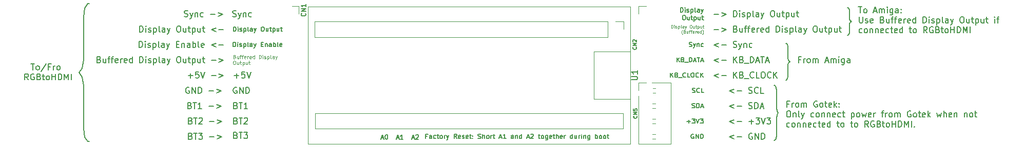
<source format=gbr>
%TF.GenerationSoftware,KiCad,Pcbnew,(5.1.9)-1*%
%TF.CreationDate,2021-05-19T13:16:52+01:00*%
%TF.ProjectId,FF OSD Adapter - Rev 2,4646204f-5344-4204-9164-617074657220,rev?*%
%TF.SameCoordinates,Original*%
%TF.FileFunction,Legend,Top*%
%TF.FilePolarity,Positive*%
%FSLAX46Y46*%
G04 Gerber Fmt 4.6, Leading zero omitted, Abs format (unit mm)*
G04 Created by KiCad (PCBNEW (5.1.9)-1) date 2021-05-19 13:16:52*
%MOMM*%
%LPD*%
G01*
G04 APERTURE LIST*
%ADD10C,0.150000*%
%ADD11C,0.100000*%
%ADD12C,0.125000*%
%ADD13C,0.120000*%
G04 APERTURE END LIST*
D10*
X139120428Y-111706428D02*
X138870428Y-111706428D01*
X138870428Y-112099285D02*
X138870428Y-111349285D01*
X139227571Y-111349285D01*
X139834714Y-112099285D02*
X139834714Y-111706428D01*
X139799000Y-111635000D01*
X139727571Y-111599285D01*
X139584714Y-111599285D01*
X139513285Y-111635000D01*
X139834714Y-112063571D02*
X139763285Y-112099285D01*
X139584714Y-112099285D01*
X139513285Y-112063571D01*
X139477571Y-111992142D01*
X139477571Y-111920714D01*
X139513285Y-111849285D01*
X139584714Y-111813571D01*
X139763285Y-111813571D01*
X139834714Y-111777857D01*
X140513285Y-112063571D02*
X140441857Y-112099285D01*
X140299000Y-112099285D01*
X140227571Y-112063571D01*
X140191857Y-112027857D01*
X140156142Y-111956428D01*
X140156142Y-111742142D01*
X140191857Y-111670714D01*
X140227571Y-111635000D01*
X140299000Y-111599285D01*
X140441857Y-111599285D01*
X140513285Y-111635000D01*
X140727571Y-111599285D02*
X141013285Y-111599285D01*
X140834714Y-111349285D02*
X140834714Y-111992142D01*
X140870428Y-112063571D01*
X140941857Y-112099285D01*
X141013285Y-112099285D01*
X141370428Y-112099285D02*
X141299000Y-112063571D01*
X141263285Y-112027857D01*
X141227571Y-111956428D01*
X141227571Y-111742142D01*
X141263285Y-111670714D01*
X141299000Y-111635000D01*
X141370428Y-111599285D01*
X141477571Y-111599285D01*
X141549000Y-111635000D01*
X141584714Y-111670714D01*
X141620428Y-111742142D01*
X141620428Y-111956428D01*
X141584714Y-112027857D01*
X141549000Y-112063571D01*
X141477571Y-112099285D01*
X141370428Y-112099285D01*
X141941857Y-112099285D02*
X141941857Y-111599285D01*
X141941857Y-111742142D02*
X141977571Y-111670714D01*
X142013285Y-111635000D01*
X142084714Y-111599285D01*
X142156142Y-111599285D01*
X142334714Y-111599285D02*
X142513285Y-112099285D01*
X142691857Y-111599285D02*
X142513285Y-112099285D01*
X142441857Y-112277857D01*
X142406142Y-112313571D01*
X142334714Y-112349285D01*
X143977571Y-112099285D02*
X143727571Y-111742142D01*
X143549000Y-112099285D02*
X143549000Y-111349285D01*
X143834714Y-111349285D01*
X143906142Y-111385000D01*
X143941857Y-111420714D01*
X143977571Y-111492142D01*
X143977571Y-111599285D01*
X143941857Y-111670714D01*
X143906142Y-111706428D01*
X143834714Y-111742142D01*
X143549000Y-111742142D01*
X144584714Y-112063571D02*
X144513285Y-112099285D01*
X144370428Y-112099285D01*
X144299000Y-112063571D01*
X144263285Y-111992142D01*
X144263285Y-111706428D01*
X144299000Y-111635000D01*
X144370428Y-111599285D01*
X144513285Y-111599285D01*
X144584714Y-111635000D01*
X144620428Y-111706428D01*
X144620428Y-111777857D01*
X144263285Y-111849285D01*
X144906142Y-112063571D02*
X144977571Y-112099285D01*
X145120428Y-112099285D01*
X145191857Y-112063571D01*
X145227571Y-111992142D01*
X145227571Y-111956428D01*
X145191857Y-111885000D01*
X145120428Y-111849285D01*
X145013285Y-111849285D01*
X144941857Y-111813571D01*
X144906142Y-111742142D01*
X144906142Y-111706428D01*
X144941857Y-111635000D01*
X145013285Y-111599285D01*
X145120428Y-111599285D01*
X145191857Y-111635000D01*
X145834714Y-112063571D02*
X145763285Y-112099285D01*
X145620428Y-112099285D01*
X145549000Y-112063571D01*
X145513285Y-111992142D01*
X145513285Y-111706428D01*
X145549000Y-111635000D01*
X145620428Y-111599285D01*
X145763285Y-111599285D01*
X145834714Y-111635000D01*
X145870428Y-111706428D01*
X145870428Y-111777857D01*
X145513285Y-111849285D01*
X146084714Y-111599285D02*
X146370428Y-111599285D01*
X146191857Y-111349285D02*
X146191857Y-111992142D01*
X146227571Y-112063571D01*
X146299000Y-112099285D01*
X146370428Y-112099285D01*
X146620428Y-112027857D02*
X146656142Y-112063571D01*
X146620428Y-112099285D01*
X146584714Y-112063571D01*
X146620428Y-112027857D01*
X146620428Y-112099285D01*
X146620428Y-111635000D02*
X146656142Y-111670714D01*
X146620428Y-111706428D01*
X146584714Y-111670714D01*
X146620428Y-111635000D01*
X146620428Y-111706428D01*
X147513285Y-112063571D02*
X147620428Y-112099285D01*
X147799000Y-112099285D01*
X147870428Y-112063571D01*
X147906142Y-112027857D01*
X147941857Y-111956428D01*
X147941857Y-111885000D01*
X147906142Y-111813571D01*
X147870428Y-111777857D01*
X147799000Y-111742142D01*
X147656142Y-111706428D01*
X147584714Y-111670714D01*
X147549000Y-111635000D01*
X147513285Y-111563571D01*
X147513285Y-111492142D01*
X147549000Y-111420714D01*
X147584714Y-111385000D01*
X147656142Y-111349285D01*
X147834714Y-111349285D01*
X147941857Y-111385000D01*
X148263285Y-112099285D02*
X148263285Y-111349285D01*
X148584714Y-112099285D02*
X148584714Y-111706428D01*
X148549000Y-111635000D01*
X148477571Y-111599285D01*
X148370428Y-111599285D01*
X148299000Y-111635000D01*
X148263285Y-111670714D01*
X149049000Y-112099285D02*
X148977571Y-112063571D01*
X148941857Y-112027857D01*
X148906142Y-111956428D01*
X148906142Y-111742142D01*
X148941857Y-111670714D01*
X148977571Y-111635000D01*
X149049000Y-111599285D01*
X149156142Y-111599285D01*
X149227571Y-111635000D01*
X149263285Y-111670714D01*
X149299000Y-111742142D01*
X149299000Y-111956428D01*
X149263285Y-112027857D01*
X149227571Y-112063571D01*
X149156142Y-112099285D01*
X149049000Y-112099285D01*
X149620428Y-112099285D02*
X149620428Y-111599285D01*
X149620428Y-111742142D02*
X149656142Y-111670714D01*
X149691857Y-111635000D01*
X149763285Y-111599285D01*
X149834714Y-111599285D01*
X149977571Y-111599285D02*
X150263285Y-111599285D01*
X150084714Y-111349285D02*
X150084714Y-111992142D01*
X150120428Y-112063571D01*
X150191857Y-112099285D01*
X150263285Y-112099285D01*
X151049000Y-111885000D02*
X151406142Y-111885000D01*
X150977571Y-112099285D02*
X151227571Y-111349285D01*
X151477571Y-112099285D01*
X152120428Y-112099285D02*
X151691857Y-112099285D01*
X151906142Y-112099285D02*
X151906142Y-111349285D01*
X151834714Y-111456428D01*
X151763285Y-111527857D01*
X151691857Y-111563571D01*
X153334714Y-112099285D02*
X153334714Y-111706428D01*
X153299000Y-111635000D01*
X153227571Y-111599285D01*
X153084714Y-111599285D01*
X153013285Y-111635000D01*
X153334714Y-112063571D02*
X153263285Y-112099285D01*
X153084714Y-112099285D01*
X153013285Y-112063571D01*
X152977571Y-111992142D01*
X152977571Y-111920714D01*
X153013285Y-111849285D01*
X153084714Y-111813571D01*
X153263285Y-111813571D01*
X153334714Y-111777857D01*
X153691857Y-111599285D02*
X153691857Y-112099285D01*
X153691857Y-111670714D02*
X153727571Y-111635000D01*
X153799000Y-111599285D01*
X153906142Y-111599285D01*
X153977571Y-111635000D01*
X154013285Y-111706428D01*
X154013285Y-112099285D01*
X154691857Y-112099285D02*
X154691857Y-111349285D01*
X154691857Y-112063571D02*
X154620428Y-112099285D01*
X154477571Y-112099285D01*
X154406142Y-112063571D01*
X154370428Y-112027857D01*
X154334714Y-111956428D01*
X154334714Y-111742142D01*
X154370428Y-111670714D01*
X154406142Y-111635000D01*
X154477571Y-111599285D01*
X154620428Y-111599285D01*
X154691857Y-111635000D01*
X155584714Y-111885000D02*
X155941857Y-111885000D01*
X155513285Y-112099285D02*
X155763285Y-111349285D01*
X156013285Y-112099285D01*
X156227571Y-111420714D02*
X156263285Y-111385000D01*
X156334714Y-111349285D01*
X156513285Y-111349285D01*
X156584714Y-111385000D01*
X156620428Y-111420714D01*
X156656142Y-111492142D01*
X156656142Y-111563571D01*
X156620428Y-111670714D01*
X156191857Y-112099285D01*
X156656142Y-112099285D01*
X157441857Y-111599285D02*
X157727571Y-111599285D01*
X157549000Y-111349285D02*
X157549000Y-111992142D01*
X157584714Y-112063571D01*
X157656142Y-112099285D01*
X157727571Y-112099285D01*
X158084714Y-112099285D02*
X158013285Y-112063571D01*
X157977571Y-112027857D01*
X157941857Y-111956428D01*
X157941857Y-111742142D01*
X157977571Y-111670714D01*
X158013285Y-111635000D01*
X158084714Y-111599285D01*
X158191857Y-111599285D01*
X158263285Y-111635000D01*
X158299000Y-111670714D01*
X158334714Y-111742142D01*
X158334714Y-111956428D01*
X158299000Y-112027857D01*
X158263285Y-112063571D01*
X158191857Y-112099285D01*
X158084714Y-112099285D01*
X158977571Y-111599285D02*
X158977571Y-112206428D01*
X158941857Y-112277857D01*
X158906142Y-112313571D01*
X158834714Y-112349285D01*
X158727571Y-112349285D01*
X158656142Y-112313571D01*
X158977571Y-112063571D02*
X158906142Y-112099285D01*
X158763285Y-112099285D01*
X158691857Y-112063571D01*
X158656142Y-112027857D01*
X158620428Y-111956428D01*
X158620428Y-111742142D01*
X158656142Y-111670714D01*
X158691857Y-111635000D01*
X158763285Y-111599285D01*
X158906142Y-111599285D01*
X158977571Y-111635000D01*
X159620428Y-112063571D02*
X159549000Y-112099285D01*
X159406142Y-112099285D01*
X159334714Y-112063571D01*
X159299000Y-111992142D01*
X159299000Y-111706428D01*
X159334714Y-111635000D01*
X159406142Y-111599285D01*
X159549000Y-111599285D01*
X159620428Y-111635000D01*
X159656142Y-111706428D01*
X159656142Y-111777857D01*
X159299000Y-111849285D01*
X159870428Y-111599285D02*
X160156142Y-111599285D01*
X159977571Y-111349285D02*
X159977571Y-111992142D01*
X160013285Y-112063571D01*
X160084714Y-112099285D01*
X160156142Y-112099285D01*
X160406142Y-112099285D02*
X160406142Y-111349285D01*
X160727571Y-112099285D02*
X160727571Y-111706428D01*
X160691857Y-111635000D01*
X160620428Y-111599285D01*
X160513285Y-111599285D01*
X160441857Y-111635000D01*
X160406142Y-111670714D01*
X161370428Y-112063571D02*
X161299000Y-112099285D01*
X161156142Y-112099285D01*
X161084714Y-112063571D01*
X161049000Y-111992142D01*
X161049000Y-111706428D01*
X161084714Y-111635000D01*
X161156142Y-111599285D01*
X161299000Y-111599285D01*
X161370428Y-111635000D01*
X161406142Y-111706428D01*
X161406142Y-111777857D01*
X161049000Y-111849285D01*
X161727571Y-112099285D02*
X161727571Y-111599285D01*
X161727571Y-111742142D02*
X161763285Y-111670714D01*
X161799000Y-111635000D01*
X161870428Y-111599285D01*
X161941857Y-111599285D01*
X163084714Y-112099285D02*
X163084714Y-111349285D01*
X163084714Y-112063571D02*
X163013285Y-112099285D01*
X162870428Y-112099285D01*
X162799000Y-112063571D01*
X162763285Y-112027857D01*
X162727571Y-111956428D01*
X162727571Y-111742142D01*
X162763285Y-111670714D01*
X162799000Y-111635000D01*
X162870428Y-111599285D01*
X163013285Y-111599285D01*
X163084714Y-111635000D01*
X163763285Y-111599285D02*
X163763285Y-112099285D01*
X163441857Y-111599285D02*
X163441857Y-111992142D01*
X163477571Y-112063571D01*
X163549000Y-112099285D01*
X163656142Y-112099285D01*
X163727571Y-112063571D01*
X163763285Y-112027857D01*
X164120428Y-112099285D02*
X164120428Y-111599285D01*
X164120428Y-111742142D02*
X164156142Y-111670714D01*
X164191857Y-111635000D01*
X164263285Y-111599285D01*
X164334714Y-111599285D01*
X164584714Y-112099285D02*
X164584714Y-111599285D01*
X164584714Y-111349285D02*
X164549000Y-111385000D01*
X164584714Y-111420714D01*
X164620428Y-111385000D01*
X164584714Y-111349285D01*
X164584714Y-111420714D01*
X164941857Y-111599285D02*
X164941857Y-112099285D01*
X164941857Y-111670714D02*
X164977571Y-111635000D01*
X165049000Y-111599285D01*
X165156142Y-111599285D01*
X165227571Y-111635000D01*
X165263285Y-111706428D01*
X165263285Y-112099285D01*
X165941857Y-111599285D02*
X165941857Y-112206428D01*
X165906142Y-112277857D01*
X165870428Y-112313571D01*
X165799000Y-112349285D01*
X165691857Y-112349285D01*
X165620428Y-112313571D01*
X165941857Y-112063571D02*
X165870428Y-112099285D01*
X165727571Y-112099285D01*
X165656142Y-112063571D01*
X165620428Y-112027857D01*
X165584714Y-111956428D01*
X165584714Y-111742142D01*
X165620428Y-111670714D01*
X165656142Y-111635000D01*
X165727571Y-111599285D01*
X165870428Y-111599285D01*
X165941857Y-111635000D01*
X166870428Y-112099285D02*
X166870428Y-111349285D01*
X166870428Y-111635000D02*
X166941857Y-111599285D01*
X167084714Y-111599285D01*
X167156142Y-111635000D01*
X167191857Y-111670714D01*
X167227571Y-111742142D01*
X167227571Y-111956428D01*
X167191857Y-112027857D01*
X167156142Y-112063571D01*
X167084714Y-112099285D01*
X166941857Y-112099285D01*
X166870428Y-112063571D01*
X167656142Y-112099285D02*
X167584714Y-112063571D01*
X167549000Y-112027857D01*
X167513285Y-111956428D01*
X167513285Y-111742142D01*
X167549000Y-111670714D01*
X167584714Y-111635000D01*
X167656142Y-111599285D01*
X167763285Y-111599285D01*
X167834714Y-111635000D01*
X167870428Y-111670714D01*
X167906142Y-111742142D01*
X167906142Y-111956428D01*
X167870428Y-112027857D01*
X167834714Y-112063571D01*
X167763285Y-112099285D01*
X167656142Y-112099285D01*
X168334714Y-112099285D02*
X168263285Y-112063571D01*
X168227571Y-112027857D01*
X168191857Y-111956428D01*
X168191857Y-111742142D01*
X168227571Y-111670714D01*
X168263285Y-111635000D01*
X168334714Y-111599285D01*
X168441857Y-111599285D01*
X168513285Y-111635000D01*
X168549000Y-111670714D01*
X168584714Y-111742142D01*
X168584714Y-111956428D01*
X168549000Y-112027857D01*
X168513285Y-112063571D01*
X168441857Y-112099285D01*
X168334714Y-112099285D01*
X168799000Y-111599285D02*
X169084714Y-111599285D01*
X168906142Y-111349285D02*
X168906142Y-111992142D01*
X168941857Y-112063571D01*
X169013285Y-112099285D01*
X169084714Y-112099285D01*
X136624285Y-112012000D02*
X136981428Y-112012000D01*
X136552857Y-112226285D02*
X136802857Y-111476285D01*
X137052857Y-112226285D01*
X137267142Y-111547714D02*
X137302857Y-111512000D01*
X137374285Y-111476285D01*
X137552857Y-111476285D01*
X137624285Y-111512000D01*
X137660000Y-111547714D01*
X137695714Y-111619142D01*
X137695714Y-111690571D01*
X137660000Y-111797714D01*
X137231428Y-112226285D01*
X137695714Y-112226285D01*
X131544285Y-112012000D02*
X131901428Y-112012000D01*
X131472857Y-112226285D02*
X131722857Y-111476285D01*
X131972857Y-112226285D01*
X132365714Y-111476285D02*
X132437142Y-111476285D01*
X132508571Y-111512000D01*
X132544285Y-111547714D01*
X132580000Y-111619142D01*
X132615714Y-111762000D01*
X132615714Y-111940571D01*
X132580000Y-112083428D01*
X132544285Y-112154857D01*
X132508571Y-112190571D01*
X132437142Y-112226285D01*
X132365714Y-112226285D01*
X132294285Y-112190571D01*
X132258571Y-112154857D01*
X132222857Y-112083428D01*
X132187142Y-111940571D01*
X132187142Y-111762000D01*
X132222857Y-111619142D01*
X132258571Y-111547714D01*
X132294285Y-111512000D01*
X132365714Y-111476285D01*
X134084285Y-112012000D02*
X134441428Y-112012000D01*
X134012857Y-112226285D02*
X134262857Y-111476285D01*
X134512857Y-112226285D01*
X135155714Y-112226285D02*
X134727142Y-112226285D01*
X134941428Y-112226285D02*
X134941428Y-111476285D01*
X134870000Y-111583428D01*
X134798571Y-111654857D01*
X134727142Y-111690571D01*
X107545285Y-111561571D02*
X107688142Y-111609190D01*
X107735761Y-111656809D01*
X107783380Y-111752047D01*
X107783380Y-111894904D01*
X107735761Y-111990142D01*
X107688142Y-112037761D01*
X107592904Y-112085380D01*
X107211952Y-112085380D01*
X107211952Y-111085380D01*
X107545285Y-111085380D01*
X107640523Y-111133000D01*
X107688142Y-111180619D01*
X107735761Y-111275857D01*
X107735761Y-111371095D01*
X107688142Y-111466333D01*
X107640523Y-111513952D01*
X107545285Y-111561571D01*
X107211952Y-111561571D01*
X108069095Y-111085380D02*
X108640523Y-111085380D01*
X108354809Y-112085380D02*
X108354809Y-111085380D01*
X108878619Y-111085380D02*
X109497666Y-111085380D01*
X109164333Y-111466333D01*
X109307190Y-111466333D01*
X109402428Y-111513952D01*
X109450047Y-111561571D01*
X109497666Y-111656809D01*
X109497666Y-111894904D01*
X109450047Y-111990142D01*
X109402428Y-112037761D01*
X109307190Y-112085380D01*
X109021476Y-112085380D01*
X108926238Y-112037761D01*
X108878619Y-111990142D01*
X107545285Y-109148571D02*
X107688142Y-109196190D01*
X107735761Y-109243809D01*
X107783380Y-109339047D01*
X107783380Y-109481904D01*
X107735761Y-109577142D01*
X107688142Y-109624761D01*
X107592904Y-109672380D01*
X107211952Y-109672380D01*
X107211952Y-108672380D01*
X107545285Y-108672380D01*
X107640523Y-108720000D01*
X107688142Y-108767619D01*
X107735761Y-108862857D01*
X107735761Y-108958095D01*
X107688142Y-109053333D01*
X107640523Y-109100952D01*
X107545285Y-109148571D01*
X107211952Y-109148571D01*
X108069095Y-108672380D02*
X108640523Y-108672380D01*
X108354809Y-109672380D02*
X108354809Y-108672380D01*
X108926238Y-108767619D02*
X108973857Y-108720000D01*
X109069095Y-108672380D01*
X109307190Y-108672380D01*
X109402428Y-108720000D01*
X109450047Y-108767619D01*
X109497666Y-108862857D01*
X109497666Y-108958095D01*
X109450047Y-109100952D01*
X108878619Y-109672380D01*
X109497666Y-109672380D01*
X107545285Y-106608571D02*
X107688142Y-106656190D01*
X107735761Y-106703809D01*
X107783380Y-106799047D01*
X107783380Y-106941904D01*
X107735761Y-107037142D01*
X107688142Y-107084761D01*
X107592904Y-107132380D01*
X107211952Y-107132380D01*
X107211952Y-106132380D01*
X107545285Y-106132380D01*
X107640523Y-106180000D01*
X107688142Y-106227619D01*
X107735761Y-106322857D01*
X107735761Y-106418095D01*
X107688142Y-106513333D01*
X107640523Y-106560952D01*
X107545285Y-106608571D01*
X107211952Y-106608571D01*
X108069095Y-106132380D02*
X108640523Y-106132380D01*
X108354809Y-107132380D02*
X108354809Y-106132380D01*
X109497666Y-107132380D02*
X108926238Y-107132380D01*
X109211952Y-107132380D02*
X109211952Y-106132380D01*
X109116714Y-106275238D01*
X109021476Y-106370476D01*
X108926238Y-106418095D01*
X107696095Y-103640000D02*
X107600857Y-103592380D01*
X107458000Y-103592380D01*
X107315142Y-103640000D01*
X107219904Y-103735238D01*
X107172285Y-103830476D01*
X107124666Y-104020952D01*
X107124666Y-104163809D01*
X107172285Y-104354285D01*
X107219904Y-104449523D01*
X107315142Y-104544761D01*
X107458000Y-104592380D01*
X107553238Y-104592380D01*
X107696095Y-104544761D01*
X107743714Y-104497142D01*
X107743714Y-104163809D01*
X107553238Y-104163809D01*
X108172285Y-104592380D02*
X108172285Y-103592380D01*
X108743714Y-104592380D01*
X108743714Y-103592380D01*
X109219904Y-104592380D02*
X109219904Y-103592380D01*
X109458000Y-103592380D01*
X109600857Y-103640000D01*
X109696095Y-103735238D01*
X109743714Y-103830476D01*
X109791333Y-104020952D01*
X109791333Y-104163809D01*
X109743714Y-104354285D01*
X109696095Y-104449523D01*
X109600857Y-104544761D01*
X109458000Y-104592380D01*
X109219904Y-104592380D01*
D11*
X107341857Y-98517142D02*
X107427571Y-98545714D01*
X107456142Y-98574285D01*
X107484714Y-98631428D01*
X107484714Y-98717142D01*
X107456142Y-98774285D01*
X107427571Y-98802857D01*
X107370428Y-98831428D01*
X107141857Y-98831428D01*
X107141857Y-98231428D01*
X107341857Y-98231428D01*
X107399000Y-98260000D01*
X107427571Y-98288571D01*
X107456142Y-98345714D01*
X107456142Y-98402857D01*
X107427571Y-98460000D01*
X107399000Y-98488571D01*
X107341857Y-98517142D01*
X107141857Y-98517142D01*
X107999000Y-98431428D02*
X107999000Y-98831428D01*
X107741857Y-98431428D02*
X107741857Y-98745714D01*
X107770428Y-98802857D01*
X107827571Y-98831428D01*
X107913285Y-98831428D01*
X107970428Y-98802857D01*
X107999000Y-98774285D01*
X108199000Y-98431428D02*
X108427571Y-98431428D01*
X108284714Y-98831428D02*
X108284714Y-98317142D01*
X108313285Y-98260000D01*
X108370428Y-98231428D01*
X108427571Y-98231428D01*
X108541857Y-98431428D02*
X108770428Y-98431428D01*
X108627571Y-98831428D02*
X108627571Y-98317142D01*
X108656142Y-98260000D01*
X108713285Y-98231428D01*
X108770428Y-98231428D01*
X109199000Y-98802857D02*
X109141857Y-98831428D01*
X109027571Y-98831428D01*
X108970428Y-98802857D01*
X108941857Y-98745714D01*
X108941857Y-98517142D01*
X108970428Y-98460000D01*
X109027571Y-98431428D01*
X109141857Y-98431428D01*
X109199000Y-98460000D01*
X109227571Y-98517142D01*
X109227571Y-98574285D01*
X108941857Y-98631428D01*
X109484714Y-98831428D02*
X109484714Y-98431428D01*
X109484714Y-98545714D02*
X109513285Y-98488571D01*
X109541857Y-98460000D01*
X109599000Y-98431428D01*
X109656142Y-98431428D01*
X110084714Y-98802857D02*
X110027571Y-98831428D01*
X109913285Y-98831428D01*
X109856142Y-98802857D01*
X109827571Y-98745714D01*
X109827571Y-98517142D01*
X109856142Y-98460000D01*
X109913285Y-98431428D01*
X110027571Y-98431428D01*
X110084714Y-98460000D01*
X110113285Y-98517142D01*
X110113285Y-98574285D01*
X109827571Y-98631428D01*
X110627571Y-98831428D02*
X110627571Y-98231428D01*
X110627571Y-98802857D02*
X110570428Y-98831428D01*
X110456142Y-98831428D01*
X110399000Y-98802857D01*
X110370428Y-98774285D01*
X110341857Y-98717142D01*
X110341857Y-98545714D01*
X110370428Y-98488571D01*
X110399000Y-98460000D01*
X110456142Y-98431428D01*
X110570428Y-98431428D01*
X110627571Y-98460000D01*
X111370428Y-98831428D02*
X111370428Y-98231428D01*
X111513285Y-98231428D01*
X111599000Y-98260000D01*
X111656142Y-98317142D01*
X111684714Y-98374285D01*
X111713285Y-98488571D01*
X111713285Y-98574285D01*
X111684714Y-98688571D01*
X111656142Y-98745714D01*
X111599000Y-98802857D01*
X111513285Y-98831428D01*
X111370428Y-98831428D01*
X111970428Y-98831428D02*
X111970428Y-98431428D01*
X111970428Y-98231428D02*
X111941857Y-98260000D01*
X111970428Y-98288571D01*
X111999000Y-98260000D01*
X111970428Y-98231428D01*
X111970428Y-98288571D01*
X112227571Y-98802857D02*
X112284714Y-98831428D01*
X112399000Y-98831428D01*
X112456142Y-98802857D01*
X112484714Y-98745714D01*
X112484714Y-98717142D01*
X112456142Y-98660000D01*
X112399000Y-98631428D01*
X112313285Y-98631428D01*
X112256142Y-98602857D01*
X112227571Y-98545714D01*
X112227571Y-98517142D01*
X112256142Y-98460000D01*
X112313285Y-98431428D01*
X112399000Y-98431428D01*
X112456142Y-98460000D01*
X112741857Y-98431428D02*
X112741857Y-99031428D01*
X112741857Y-98460000D02*
X112799000Y-98431428D01*
X112913285Y-98431428D01*
X112970428Y-98460000D01*
X112999000Y-98488571D01*
X113027571Y-98545714D01*
X113027571Y-98717142D01*
X112999000Y-98774285D01*
X112970428Y-98802857D01*
X112913285Y-98831428D01*
X112799000Y-98831428D01*
X112741857Y-98802857D01*
X113370428Y-98831428D02*
X113313285Y-98802857D01*
X113284714Y-98745714D01*
X113284714Y-98231428D01*
X113856142Y-98831428D02*
X113856142Y-98517142D01*
X113827571Y-98460000D01*
X113770428Y-98431428D01*
X113656142Y-98431428D01*
X113599000Y-98460000D01*
X113856142Y-98802857D02*
X113799000Y-98831428D01*
X113656142Y-98831428D01*
X113599000Y-98802857D01*
X113570428Y-98745714D01*
X113570428Y-98688571D01*
X113599000Y-98631428D01*
X113656142Y-98602857D01*
X113799000Y-98602857D01*
X113856142Y-98574285D01*
X114084714Y-98431428D02*
X114227571Y-98831428D01*
X114370428Y-98431428D02*
X114227571Y-98831428D01*
X114170428Y-98974285D01*
X114141857Y-99002857D01*
X114084714Y-99031428D01*
X107256142Y-99231428D02*
X107370428Y-99231428D01*
X107427571Y-99260000D01*
X107484714Y-99317142D01*
X107513285Y-99431428D01*
X107513285Y-99631428D01*
X107484714Y-99745714D01*
X107427571Y-99802857D01*
X107370428Y-99831428D01*
X107256142Y-99831428D01*
X107199000Y-99802857D01*
X107141857Y-99745714D01*
X107113285Y-99631428D01*
X107113285Y-99431428D01*
X107141857Y-99317142D01*
X107199000Y-99260000D01*
X107256142Y-99231428D01*
X108027571Y-99431428D02*
X108027571Y-99831428D01*
X107770428Y-99431428D02*
X107770428Y-99745714D01*
X107799000Y-99802857D01*
X107856142Y-99831428D01*
X107941857Y-99831428D01*
X107999000Y-99802857D01*
X108027571Y-99774285D01*
X108227571Y-99431428D02*
X108456142Y-99431428D01*
X108313285Y-99231428D02*
X108313285Y-99745714D01*
X108341857Y-99802857D01*
X108399000Y-99831428D01*
X108456142Y-99831428D01*
X108656142Y-99431428D02*
X108656142Y-100031428D01*
X108656142Y-99460000D02*
X108713285Y-99431428D01*
X108827571Y-99431428D01*
X108884714Y-99460000D01*
X108913285Y-99488571D01*
X108941857Y-99545714D01*
X108941857Y-99717142D01*
X108913285Y-99774285D01*
X108884714Y-99802857D01*
X108827571Y-99831428D01*
X108713285Y-99831428D01*
X108656142Y-99802857D01*
X109456142Y-99431428D02*
X109456142Y-99831428D01*
X109199000Y-99431428D02*
X109199000Y-99745714D01*
X109227571Y-99802857D01*
X109284714Y-99831428D01*
X109370428Y-99831428D01*
X109427571Y-99802857D01*
X109456142Y-99774285D01*
X109656142Y-99431428D02*
X109884714Y-99431428D01*
X109741857Y-99231428D02*
X109741857Y-99745714D01*
X109770428Y-99802857D01*
X109827571Y-99831428D01*
X109884714Y-99831428D01*
D10*
X107125000Y-96859285D02*
X107125000Y-96109285D01*
X107303571Y-96109285D01*
X107410714Y-96145000D01*
X107482142Y-96216428D01*
X107517857Y-96287857D01*
X107553571Y-96430714D01*
X107553571Y-96537857D01*
X107517857Y-96680714D01*
X107482142Y-96752142D01*
X107410714Y-96823571D01*
X107303571Y-96859285D01*
X107125000Y-96859285D01*
X107875000Y-96859285D02*
X107875000Y-96359285D01*
X107875000Y-96109285D02*
X107839285Y-96145000D01*
X107875000Y-96180714D01*
X107910714Y-96145000D01*
X107875000Y-96109285D01*
X107875000Y-96180714D01*
X108196428Y-96823571D02*
X108267857Y-96859285D01*
X108410714Y-96859285D01*
X108482142Y-96823571D01*
X108517857Y-96752142D01*
X108517857Y-96716428D01*
X108482142Y-96645000D01*
X108410714Y-96609285D01*
X108303571Y-96609285D01*
X108232142Y-96573571D01*
X108196428Y-96502142D01*
X108196428Y-96466428D01*
X108232142Y-96395000D01*
X108303571Y-96359285D01*
X108410714Y-96359285D01*
X108482142Y-96395000D01*
X108839285Y-96359285D02*
X108839285Y-97109285D01*
X108839285Y-96395000D02*
X108910714Y-96359285D01*
X109053571Y-96359285D01*
X109125000Y-96395000D01*
X109160714Y-96430714D01*
X109196428Y-96502142D01*
X109196428Y-96716428D01*
X109160714Y-96787857D01*
X109125000Y-96823571D01*
X109053571Y-96859285D01*
X108910714Y-96859285D01*
X108839285Y-96823571D01*
X109625000Y-96859285D02*
X109553571Y-96823571D01*
X109517857Y-96752142D01*
X109517857Y-96109285D01*
X110232142Y-96859285D02*
X110232142Y-96466428D01*
X110196428Y-96395000D01*
X110125000Y-96359285D01*
X109982142Y-96359285D01*
X109910714Y-96395000D01*
X110232142Y-96823571D02*
X110160714Y-96859285D01*
X109982142Y-96859285D01*
X109910714Y-96823571D01*
X109875000Y-96752142D01*
X109875000Y-96680714D01*
X109910714Y-96609285D01*
X109982142Y-96573571D01*
X110160714Y-96573571D01*
X110232142Y-96537857D01*
X110517857Y-96359285D02*
X110696428Y-96859285D01*
X110875000Y-96359285D02*
X110696428Y-96859285D01*
X110625000Y-97037857D01*
X110589285Y-97073571D01*
X110517857Y-97109285D01*
X111732142Y-96466428D02*
X111982142Y-96466428D01*
X112089285Y-96859285D02*
X111732142Y-96859285D01*
X111732142Y-96109285D01*
X112089285Y-96109285D01*
X112410714Y-96359285D02*
X112410714Y-96859285D01*
X112410714Y-96430714D02*
X112446428Y-96395000D01*
X112517857Y-96359285D01*
X112625000Y-96359285D01*
X112696428Y-96395000D01*
X112732142Y-96466428D01*
X112732142Y-96859285D01*
X113410714Y-96859285D02*
X113410714Y-96466428D01*
X113375000Y-96395000D01*
X113303571Y-96359285D01*
X113160714Y-96359285D01*
X113089285Y-96395000D01*
X113410714Y-96823571D02*
X113339285Y-96859285D01*
X113160714Y-96859285D01*
X113089285Y-96823571D01*
X113053571Y-96752142D01*
X113053571Y-96680714D01*
X113089285Y-96609285D01*
X113160714Y-96573571D01*
X113339285Y-96573571D01*
X113410714Y-96537857D01*
X113767857Y-96859285D02*
X113767857Y-96109285D01*
X113767857Y-96395000D02*
X113839285Y-96359285D01*
X113982142Y-96359285D01*
X114053571Y-96395000D01*
X114089285Y-96430714D01*
X114125000Y-96502142D01*
X114125000Y-96716428D01*
X114089285Y-96787857D01*
X114053571Y-96823571D01*
X113982142Y-96859285D01*
X113839285Y-96859285D01*
X113767857Y-96823571D01*
X114553571Y-96859285D02*
X114482142Y-96823571D01*
X114446428Y-96752142D01*
X114446428Y-96109285D01*
X115125000Y-96823571D02*
X115053571Y-96859285D01*
X114910714Y-96859285D01*
X114839285Y-96823571D01*
X114803571Y-96752142D01*
X114803571Y-96466428D01*
X114839285Y-96395000D01*
X114910714Y-96359285D01*
X115053571Y-96359285D01*
X115125000Y-96395000D01*
X115160714Y-96466428D01*
X115160714Y-96537857D01*
X114803571Y-96609285D01*
X107160714Y-94319285D02*
X107160714Y-93569285D01*
X107339285Y-93569285D01*
X107446428Y-93605000D01*
X107517857Y-93676428D01*
X107553571Y-93747857D01*
X107589285Y-93890714D01*
X107589285Y-93997857D01*
X107553571Y-94140714D01*
X107517857Y-94212142D01*
X107446428Y-94283571D01*
X107339285Y-94319285D01*
X107160714Y-94319285D01*
X107910714Y-94319285D02*
X107910714Y-93819285D01*
X107910714Y-93569285D02*
X107875000Y-93605000D01*
X107910714Y-93640714D01*
X107946428Y-93605000D01*
X107910714Y-93569285D01*
X107910714Y-93640714D01*
X108232142Y-94283571D02*
X108303571Y-94319285D01*
X108446428Y-94319285D01*
X108517857Y-94283571D01*
X108553571Y-94212142D01*
X108553571Y-94176428D01*
X108517857Y-94105000D01*
X108446428Y-94069285D01*
X108339285Y-94069285D01*
X108267857Y-94033571D01*
X108232142Y-93962142D01*
X108232142Y-93926428D01*
X108267857Y-93855000D01*
X108339285Y-93819285D01*
X108446428Y-93819285D01*
X108517857Y-93855000D01*
X108875000Y-93819285D02*
X108875000Y-94569285D01*
X108875000Y-93855000D02*
X108946428Y-93819285D01*
X109089285Y-93819285D01*
X109160714Y-93855000D01*
X109196428Y-93890714D01*
X109232142Y-93962142D01*
X109232142Y-94176428D01*
X109196428Y-94247857D01*
X109160714Y-94283571D01*
X109089285Y-94319285D01*
X108946428Y-94319285D01*
X108875000Y-94283571D01*
X109660714Y-94319285D02*
X109589285Y-94283571D01*
X109553571Y-94212142D01*
X109553571Y-93569285D01*
X110267857Y-94319285D02*
X110267857Y-93926428D01*
X110232142Y-93855000D01*
X110160714Y-93819285D01*
X110017857Y-93819285D01*
X109946428Y-93855000D01*
X110267857Y-94283571D02*
X110196428Y-94319285D01*
X110017857Y-94319285D01*
X109946428Y-94283571D01*
X109910714Y-94212142D01*
X109910714Y-94140714D01*
X109946428Y-94069285D01*
X110017857Y-94033571D01*
X110196428Y-94033571D01*
X110267857Y-93997857D01*
X110553571Y-93819285D02*
X110732142Y-94319285D01*
X110910714Y-93819285D02*
X110732142Y-94319285D01*
X110660714Y-94497857D01*
X110625000Y-94533571D01*
X110553571Y-94569285D01*
X111910714Y-93569285D02*
X112053571Y-93569285D01*
X112125000Y-93605000D01*
X112196428Y-93676428D01*
X112232142Y-93819285D01*
X112232142Y-94069285D01*
X112196428Y-94212142D01*
X112125000Y-94283571D01*
X112053571Y-94319285D01*
X111910714Y-94319285D01*
X111839285Y-94283571D01*
X111767857Y-94212142D01*
X111732142Y-94069285D01*
X111732142Y-93819285D01*
X111767857Y-93676428D01*
X111839285Y-93605000D01*
X111910714Y-93569285D01*
X112875000Y-93819285D02*
X112875000Y-94319285D01*
X112553571Y-93819285D02*
X112553571Y-94212142D01*
X112589285Y-94283571D01*
X112660714Y-94319285D01*
X112767857Y-94319285D01*
X112839285Y-94283571D01*
X112875000Y-94247857D01*
X113125000Y-93819285D02*
X113410714Y-93819285D01*
X113232142Y-93569285D02*
X113232142Y-94212142D01*
X113267857Y-94283571D01*
X113339285Y-94319285D01*
X113410714Y-94319285D01*
X113660714Y-93819285D02*
X113660714Y-94569285D01*
X113660714Y-93855000D02*
X113732142Y-93819285D01*
X113874999Y-93819285D01*
X113946428Y-93855000D01*
X113982142Y-93890714D01*
X114017857Y-93962142D01*
X114017857Y-94176428D01*
X113982142Y-94247857D01*
X113946428Y-94283571D01*
X113874999Y-94319285D01*
X113732142Y-94319285D01*
X113660714Y-94283571D01*
X114660714Y-93819285D02*
X114660714Y-94319285D01*
X114339285Y-93819285D02*
X114339285Y-94212142D01*
X114374999Y-94283571D01*
X114446428Y-94319285D01*
X114553571Y-94319285D01*
X114624999Y-94283571D01*
X114660714Y-94247857D01*
X114910714Y-93819285D02*
X115196428Y-93819285D01*
X115017857Y-93569285D02*
X115017857Y-94212142D01*
X115053571Y-94283571D01*
X115124999Y-94319285D01*
X115196428Y-94319285D01*
X107037380Y-91844761D02*
X107180238Y-91892380D01*
X107418333Y-91892380D01*
X107513571Y-91844761D01*
X107561190Y-91797142D01*
X107608809Y-91701904D01*
X107608809Y-91606666D01*
X107561190Y-91511428D01*
X107513571Y-91463809D01*
X107418333Y-91416190D01*
X107227857Y-91368571D01*
X107132619Y-91320952D01*
X107085000Y-91273333D01*
X107037380Y-91178095D01*
X107037380Y-91082857D01*
X107085000Y-90987619D01*
X107132619Y-90940000D01*
X107227857Y-90892380D01*
X107465952Y-90892380D01*
X107608809Y-90940000D01*
X107942142Y-91225714D02*
X108180238Y-91892380D01*
X108418333Y-91225714D02*
X108180238Y-91892380D01*
X108085000Y-92130476D01*
X108037380Y-92178095D01*
X107942142Y-92225714D01*
X108799285Y-91225714D02*
X108799285Y-91892380D01*
X108799285Y-91320952D02*
X108846904Y-91273333D01*
X108942142Y-91225714D01*
X109085000Y-91225714D01*
X109180238Y-91273333D01*
X109227857Y-91368571D01*
X109227857Y-91892380D01*
X110132619Y-91844761D02*
X110037380Y-91892380D01*
X109846904Y-91892380D01*
X109751666Y-91844761D01*
X109704047Y-91797142D01*
X109656428Y-91701904D01*
X109656428Y-91416190D01*
X109704047Y-91320952D01*
X109751666Y-91273333D01*
X109846904Y-91225714D01*
X110037380Y-91225714D01*
X110132619Y-91273333D01*
X107299285Y-101671428D02*
X108061190Y-101671428D01*
X107680238Y-102052380D02*
X107680238Y-101290476D01*
X109013571Y-101052380D02*
X108537380Y-101052380D01*
X108489761Y-101528571D01*
X108537380Y-101480952D01*
X108632619Y-101433333D01*
X108870714Y-101433333D01*
X108965952Y-101480952D01*
X109013571Y-101528571D01*
X109061190Y-101623809D01*
X109061190Y-101861904D01*
X109013571Y-101957142D01*
X108965952Y-102004761D01*
X108870714Y-102052380D01*
X108632619Y-102052380D01*
X108537380Y-102004761D01*
X108489761Y-101957142D01*
X109346904Y-101052380D02*
X109680238Y-102052380D01*
X110013571Y-101052380D01*
X100084238Y-111688571D02*
X100227095Y-111736190D01*
X100274714Y-111783809D01*
X100322333Y-111879047D01*
X100322333Y-112021904D01*
X100274714Y-112117142D01*
X100227095Y-112164761D01*
X100131857Y-112212380D01*
X99750904Y-112212380D01*
X99750904Y-111212380D01*
X100084238Y-111212380D01*
X100179476Y-111260000D01*
X100227095Y-111307619D01*
X100274714Y-111402857D01*
X100274714Y-111498095D01*
X100227095Y-111593333D01*
X100179476Y-111640952D01*
X100084238Y-111688571D01*
X99750904Y-111688571D01*
X100608047Y-111212380D02*
X101179476Y-111212380D01*
X100893761Y-112212380D02*
X100893761Y-111212380D01*
X101417571Y-111212380D02*
X102036619Y-111212380D01*
X101703285Y-111593333D01*
X101846142Y-111593333D01*
X101941380Y-111640952D01*
X101989000Y-111688571D01*
X102036619Y-111783809D01*
X102036619Y-112021904D01*
X101989000Y-112117142D01*
X101941380Y-112164761D01*
X101846142Y-112212380D01*
X101560428Y-112212380D01*
X101465190Y-112164761D01*
X101417571Y-112117142D01*
X103227095Y-111831428D02*
X103989000Y-111831428D01*
X104465190Y-111545714D02*
X105227095Y-111831428D01*
X104465190Y-112117142D01*
X100084238Y-109148571D02*
X100227095Y-109196190D01*
X100274714Y-109243809D01*
X100322333Y-109339047D01*
X100322333Y-109481904D01*
X100274714Y-109577142D01*
X100227095Y-109624761D01*
X100131857Y-109672380D01*
X99750904Y-109672380D01*
X99750904Y-108672380D01*
X100084238Y-108672380D01*
X100179476Y-108720000D01*
X100227095Y-108767619D01*
X100274714Y-108862857D01*
X100274714Y-108958095D01*
X100227095Y-109053333D01*
X100179476Y-109100952D01*
X100084238Y-109148571D01*
X99750904Y-109148571D01*
X100608047Y-108672380D02*
X101179476Y-108672380D01*
X100893761Y-109672380D02*
X100893761Y-108672380D01*
X101465190Y-108767619D02*
X101512809Y-108720000D01*
X101608047Y-108672380D01*
X101846142Y-108672380D01*
X101941380Y-108720000D01*
X101989000Y-108767619D01*
X102036619Y-108862857D01*
X102036619Y-108958095D01*
X101989000Y-109100952D01*
X101417571Y-109672380D01*
X102036619Y-109672380D01*
X103227095Y-109291428D02*
X103989000Y-109291428D01*
X104465190Y-109005714D02*
X105227095Y-109291428D01*
X104465190Y-109577142D01*
X99957238Y-106608571D02*
X100100095Y-106656190D01*
X100147714Y-106703809D01*
X100195333Y-106799047D01*
X100195333Y-106941904D01*
X100147714Y-107037142D01*
X100100095Y-107084761D01*
X100004857Y-107132380D01*
X99623904Y-107132380D01*
X99623904Y-106132380D01*
X99957238Y-106132380D01*
X100052476Y-106180000D01*
X100100095Y-106227619D01*
X100147714Y-106322857D01*
X100147714Y-106418095D01*
X100100095Y-106513333D01*
X100052476Y-106560952D01*
X99957238Y-106608571D01*
X99623904Y-106608571D01*
X100481047Y-106132380D02*
X101052476Y-106132380D01*
X100766761Y-107132380D02*
X100766761Y-106132380D01*
X101909619Y-107132380D02*
X101338190Y-107132380D01*
X101623904Y-107132380D02*
X101623904Y-106132380D01*
X101528666Y-106275238D01*
X101433428Y-106370476D01*
X101338190Y-106418095D01*
X103100095Y-106751428D02*
X103862000Y-106751428D01*
X104338190Y-106465714D02*
X105100095Y-106751428D01*
X104338190Y-107037142D01*
X183070571Y-111385000D02*
X182999142Y-111349285D01*
X182892000Y-111349285D01*
X182784857Y-111385000D01*
X182713428Y-111456428D01*
X182677714Y-111527857D01*
X182642000Y-111670714D01*
X182642000Y-111777857D01*
X182677714Y-111920714D01*
X182713428Y-111992142D01*
X182784857Y-112063571D01*
X182892000Y-112099285D01*
X182963428Y-112099285D01*
X183070571Y-112063571D01*
X183106285Y-112027857D01*
X183106285Y-111777857D01*
X182963428Y-111777857D01*
X183427714Y-112099285D02*
X183427714Y-111349285D01*
X183856285Y-112099285D01*
X183856285Y-111349285D01*
X184213428Y-112099285D02*
X184213428Y-111349285D01*
X184392000Y-111349285D01*
X184499142Y-111385000D01*
X184570571Y-111456428D01*
X184606285Y-111527857D01*
X184642000Y-111670714D01*
X184642000Y-111777857D01*
X184606285Y-111920714D01*
X184570571Y-111992142D01*
X184499142Y-112063571D01*
X184392000Y-112099285D01*
X184213428Y-112099285D01*
X181963428Y-109273571D02*
X182534857Y-109273571D01*
X182249142Y-109559285D02*
X182249142Y-108987857D01*
X182820571Y-108809285D02*
X183284857Y-108809285D01*
X183034857Y-109095000D01*
X183141999Y-109095000D01*
X183213428Y-109130714D01*
X183249142Y-109166428D01*
X183284857Y-109237857D01*
X183284857Y-109416428D01*
X183249142Y-109487857D01*
X183213428Y-109523571D01*
X183141999Y-109559285D01*
X182927714Y-109559285D01*
X182856285Y-109523571D01*
X182820571Y-109487857D01*
X183499142Y-108809285D02*
X183749142Y-109559285D01*
X183999142Y-108809285D01*
X184177714Y-108809285D02*
X184641999Y-108809285D01*
X184391999Y-109095000D01*
X184499142Y-109095000D01*
X184570571Y-109130714D01*
X184606285Y-109166428D01*
X184641999Y-109237857D01*
X184641999Y-109416428D01*
X184606285Y-109487857D01*
X184570571Y-109523571D01*
X184499142Y-109559285D01*
X184284857Y-109559285D01*
X184213428Y-109523571D01*
X184177714Y-109487857D01*
X182820570Y-106983571D02*
X182927713Y-107019285D01*
X183106285Y-107019285D01*
X183177713Y-106983571D01*
X183213427Y-106947857D01*
X183249142Y-106876428D01*
X183249142Y-106805000D01*
X183213427Y-106733571D01*
X183177713Y-106697857D01*
X183106285Y-106662142D01*
X182963427Y-106626428D01*
X182891999Y-106590714D01*
X182856285Y-106555000D01*
X182820570Y-106483571D01*
X182820570Y-106412142D01*
X182856285Y-106340714D01*
X182891999Y-106305000D01*
X182963427Y-106269285D01*
X183141999Y-106269285D01*
X183249142Y-106305000D01*
X183570570Y-107019285D02*
X183570570Y-106269285D01*
X183749142Y-106269285D01*
X183856285Y-106305000D01*
X183927713Y-106376428D01*
X183963427Y-106447857D01*
X183999142Y-106590714D01*
X183999142Y-106697857D01*
X183963427Y-106840714D01*
X183927713Y-106912142D01*
X183856285Y-106983571D01*
X183749142Y-107019285D01*
X183570570Y-107019285D01*
X184284856Y-106805000D02*
X184641999Y-106805000D01*
X184213427Y-107019285D02*
X184463427Y-106269285D01*
X184713427Y-107019285D01*
X182856284Y-104443571D02*
X182963427Y-104479285D01*
X183141999Y-104479285D01*
X183213427Y-104443571D01*
X183249142Y-104407857D01*
X183284856Y-104336428D01*
X183284856Y-104265000D01*
X183249142Y-104193571D01*
X183213427Y-104157857D01*
X183141999Y-104122142D01*
X182999142Y-104086428D01*
X182927713Y-104050714D01*
X182891999Y-104015000D01*
X182856284Y-103943571D01*
X182856284Y-103872142D01*
X182891999Y-103800714D01*
X182927713Y-103765000D01*
X182999142Y-103729285D01*
X183177713Y-103729285D01*
X183284856Y-103765000D01*
X184034856Y-104407857D02*
X183999142Y-104443571D01*
X183891999Y-104479285D01*
X183820570Y-104479285D01*
X183713427Y-104443571D01*
X183641999Y-104372142D01*
X183606284Y-104300714D01*
X183570570Y-104157857D01*
X183570570Y-104050714D01*
X183606284Y-103907857D01*
X183641999Y-103836428D01*
X183713427Y-103765000D01*
X183820570Y-103729285D01*
X183891999Y-103729285D01*
X183999142Y-103765000D01*
X184034856Y-103800714D01*
X184713427Y-104479285D02*
X184356284Y-104479285D01*
X184356284Y-103729285D01*
X179249142Y-101939285D02*
X179249142Y-101189285D01*
X179677714Y-101939285D02*
X179356285Y-101510714D01*
X179677714Y-101189285D02*
X179249142Y-101617857D01*
X180249142Y-101546428D02*
X180356285Y-101582142D01*
X180391999Y-101617857D01*
X180427714Y-101689285D01*
X180427714Y-101796428D01*
X180391999Y-101867857D01*
X180356285Y-101903571D01*
X180284856Y-101939285D01*
X179999142Y-101939285D01*
X179999142Y-101189285D01*
X180249142Y-101189285D01*
X180320571Y-101225000D01*
X180356285Y-101260714D01*
X180391999Y-101332142D01*
X180391999Y-101403571D01*
X180356285Y-101475000D01*
X180320571Y-101510714D01*
X180249142Y-101546428D01*
X179999142Y-101546428D01*
X180570571Y-102010714D02*
X181141999Y-102010714D01*
X181749142Y-101867857D02*
X181713428Y-101903571D01*
X181606285Y-101939285D01*
X181534856Y-101939285D01*
X181427714Y-101903571D01*
X181356285Y-101832142D01*
X181320571Y-101760714D01*
X181284856Y-101617857D01*
X181284856Y-101510714D01*
X181320571Y-101367857D01*
X181356285Y-101296428D01*
X181427714Y-101225000D01*
X181534856Y-101189285D01*
X181606285Y-101189285D01*
X181713428Y-101225000D01*
X181749142Y-101260714D01*
X182427714Y-101939285D02*
X182070571Y-101939285D01*
X182070571Y-101189285D01*
X182820571Y-101189285D02*
X182963428Y-101189285D01*
X183034856Y-101225000D01*
X183106285Y-101296428D01*
X183141999Y-101439285D01*
X183141999Y-101689285D01*
X183106285Y-101832142D01*
X183034856Y-101903571D01*
X182963428Y-101939285D01*
X182820571Y-101939285D01*
X182749142Y-101903571D01*
X182677714Y-101832142D01*
X182641999Y-101689285D01*
X182641999Y-101439285D01*
X182677714Y-101296428D01*
X182749142Y-101225000D01*
X182820571Y-101189285D01*
X183891999Y-101867857D02*
X183856285Y-101903571D01*
X183749142Y-101939285D01*
X183677714Y-101939285D01*
X183570571Y-101903571D01*
X183499142Y-101832142D01*
X183463428Y-101760714D01*
X183427714Y-101617857D01*
X183427714Y-101510714D01*
X183463428Y-101367857D01*
X183499142Y-101296428D01*
X183570571Y-101225000D01*
X183677714Y-101189285D01*
X183749142Y-101189285D01*
X183856285Y-101225000D01*
X183891999Y-101260714D01*
X184213428Y-101939285D02*
X184213428Y-101189285D01*
X184641999Y-101939285D02*
X184320571Y-101510714D01*
X184641999Y-101189285D02*
X184213428Y-101617857D01*
X180284856Y-99399285D02*
X180284856Y-98649285D01*
X180713428Y-99399285D02*
X180391999Y-98970714D01*
X180713428Y-98649285D02*
X180284856Y-99077857D01*
X181284856Y-99006428D02*
X181391999Y-99042142D01*
X181427713Y-99077857D01*
X181463428Y-99149285D01*
X181463428Y-99256428D01*
X181427713Y-99327857D01*
X181391999Y-99363571D01*
X181320571Y-99399285D01*
X181034856Y-99399285D01*
X181034856Y-98649285D01*
X181284856Y-98649285D01*
X181356285Y-98685000D01*
X181391999Y-98720714D01*
X181427713Y-98792142D01*
X181427713Y-98863571D01*
X181391999Y-98935000D01*
X181356285Y-98970714D01*
X181284856Y-99006428D01*
X181034856Y-99006428D01*
X181606285Y-99470714D02*
X182177713Y-99470714D01*
X182356285Y-99399285D02*
X182356285Y-98649285D01*
X182534856Y-98649285D01*
X182641999Y-98685000D01*
X182713428Y-98756428D01*
X182749142Y-98827857D01*
X182784856Y-98970714D01*
X182784856Y-99077857D01*
X182749142Y-99220714D01*
X182713428Y-99292142D01*
X182641999Y-99363571D01*
X182534856Y-99399285D01*
X182356285Y-99399285D01*
X183070571Y-99185000D02*
X183427713Y-99185000D01*
X182999142Y-99399285D02*
X183249142Y-98649285D01*
X183499142Y-99399285D01*
X183641999Y-98649285D02*
X184070571Y-98649285D01*
X183856285Y-99399285D02*
X183856285Y-98649285D01*
X184284856Y-99185000D02*
X184641999Y-99185000D01*
X184213428Y-99399285D02*
X184463428Y-98649285D01*
X184713428Y-99399285D01*
X182320570Y-96823571D02*
X182427713Y-96859285D01*
X182606285Y-96859285D01*
X182677713Y-96823571D01*
X182713427Y-96787857D01*
X182749142Y-96716428D01*
X182749142Y-96645000D01*
X182713427Y-96573571D01*
X182677713Y-96537857D01*
X182606285Y-96502142D01*
X182463427Y-96466428D01*
X182391999Y-96430714D01*
X182356285Y-96395000D01*
X182320570Y-96323571D01*
X182320570Y-96252142D01*
X182356285Y-96180714D01*
X182391999Y-96145000D01*
X182463427Y-96109285D01*
X182641999Y-96109285D01*
X182749142Y-96145000D01*
X182999142Y-96359285D02*
X183177713Y-96859285D01*
X183356285Y-96359285D02*
X183177713Y-96859285D01*
X183106285Y-97037857D01*
X183070570Y-97073571D01*
X182999142Y-97109285D01*
X183641999Y-96359285D02*
X183641999Y-96859285D01*
X183641999Y-96430714D02*
X183677713Y-96395000D01*
X183749142Y-96359285D01*
X183856285Y-96359285D01*
X183927713Y-96395000D01*
X183963427Y-96466428D01*
X183963427Y-96859285D01*
X184641999Y-96823571D02*
X184570570Y-96859285D01*
X184427713Y-96859285D01*
X184356285Y-96823571D01*
X184320570Y-96787857D01*
X184284856Y-96716428D01*
X184284856Y-96502142D01*
X184320570Y-96430714D01*
X184356285Y-96395000D01*
X184427713Y-96359285D01*
X184570570Y-96359285D01*
X184641999Y-96395000D01*
D12*
X179373845Y-93768690D02*
X179373845Y-93268690D01*
X179492892Y-93268690D01*
X179564321Y-93292500D01*
X179611940Y-93340119D01*
X179635749Y-93387738D01*
X179659559Y-93482976D01*
X179659559Y-93554404D01*
X179635749Y-93649642D01*
X179611940Y-93697261D01*
X179564321Y-93744880D01*
X179492892Y-93768690D01*
X179373845Y-93768690D01*
X179873845Y-93768690D02*
X179873845Y-93435357D01*
X179873845Y-93268690D02*
X179850035Y-93292500D01*
X179873845Y-93316309D01*
X179897654Y-93292500D01*
X179873845Y-93268690D01*
X179873845Y-93316309D01*
X180088130Y-93744880D02*
X180135749Y-93768690D01*
X180230987Y-93768690D01*
X180278607Y-93744880D01*
X180302416Y-93697261D01*
X180302416Y-93673452D01*
X180278607Y-93625833D01*
X180230987Y-93602023D01*
X180159559Y-93602023D01*
X180111940Y-93578214D01*
X180088130Y-93530595D01*
X180088130Y-93506785D01*
X180111940Y-93459166D01*
X180159559Y-93435357D01*
X180230987Y-93435357D01*
X180278607Y-93459166D01*
X180516702Y-93435357D02*
X180516702Y-93935357D01*
X180516702Y-93459166D02*
X180564321Y-93435357D01*
X180659559Y-93435357D01*
X180707178Y-93459166D01*
X180730987Y-93482976D01*
X180754797Y-93530595D01*
X180754797Y-93673452D01*
X180730987Y-93721071D01*
X180707178Y-93744880D01*
X180659559Y-93768690D01*
X180564321Y-93768690D01*
X180516702Y-93744880D01*
X181040511Y-93768690D02*
X180992892Y-93744880D01*
X180969083Y-93697261D01*
X180969083Y-93268690D01*
X181445273Y-93768690D02*
X181445273Y-93506785D01*
X181421464Y-93459166D01*
X181373845Y-93435357D01*
X181278607Y-93435357D01*
X181230987Y-93459166D01*
X181445273Y-93744880D02*
X181397654Y-93768690D01*
X181278607Y-93768690D01*
X181230987Y-93744880D01*
X181207178Y-93697261D01*
X181207178Y-93649642D01*
X181230987Y-93602023D01*
X181278607Y-93578214D01*
X181397654Y-93578214D01*
X181445273Y-93554404D01*
X181635749Y-93435357D02*
X181754797Y-93768690D01*
X181873845Y-93435357D02*
X181754797Y-93768690D01*
X181707178Y-93887738D01*
X181683368Y-93911547D01*
X181635749Y-93935357D01*
X182540511Y-93268690D02*
X182635749Y-93268690D01*
X182683368Y-93292500D01*
X182730987Y-93340119D01*
X182754797Y-93435357D01*
X182754797Y-93602023D01*
X182730987Y-93697261D01*
X182683368Y-93744880D01*
X182635749Y-93768690D01*
X182540511Y-93768690D01*
X182492892Y-93744880D01*
X182445273Y-93697261D01*
X182421464Y-93602023D01*
X182421464Y-93435357D01*
X182445273Y-93340119D01*
X182492892Y-93292500D01*
X182540511Y-93268690D01*
X183183368Y-93435357D02*
X183183368Y-93768690D01*
X182969083Y-93435357D02*
X182969083Y-93697261D01*
X182992892Y-93744880D01*
X183040511Y-93768690D01*
X183111940Y-93768690D01*
X183159559Y-93744880D01*
X183183368Y-93721071D01*
X183350035Y-93435357D02*
X183540511Y-93435357D01*
X183421464Y-93268690D02*
X183421464Y-93697261D01*
X183445273Y-93744880D01*
X183492892Y-93768690D01*
X183540511Y-93768690D01*
X183707178Y-93435357D02*
X183707178Y-93935357D01*
X183707178Y-93459166D02*
X183754797Y-93435357D01*
X183850035Y-93435357D01*
X183897654Y-93459166D01*
X183921464Y-93482976D01*
X183945273Y-93530595D01*
X183945273Y-93673452D01*
X183921464Y-93721071D01*
X183897654Y-93744880D01*
X183850035Y-93768690D01*
X183754797Y-93768690D01*
X183707178Y-93744880D01*
X184373845Y-93435357D02*
X184373845Y-93768690D01*
X184159559Y-93435357D02*
X184159559Y-93697261D01*
X184183368Y-93744880D01*
X184230987Y-93768690D01*
X184302416Y-93768690D01*
X184350035Y-93744880D01*
X184373845Y-93721071D01*
X184540511Y-93435357D02*
X184730987Y-93435357D01*
X184611940Y-93268690D02*
X184611940Y-93697261D01*
X184635749Y-93744880D01*
X184683368Y-93768690D01*
X184730987Y-93768690D01*
X181230987Y-94834166D02*
X181207178Y-94810357D01*
X181159559Y-94738928D01*
X181135749Y-94691309D01*
X181111940Y-94619880D01*
X181088130Y-94500833D01*
X181088130Y-94405595D01*
X181111940Y-94286547D01*
X181135749Y-94215119D01*
X181159559Y-94167500D01*
X181207178Y-94096071D01*
X181230987Y-94072261D01*
X181588130Y-94381785D02*
X181659559Y-94405595D01*
X181683368Y-94429404D01*
X181707178Y-94477023D01*
X181707178Y-94548452D01*
X181683368Y-94596071D01*
X181659559Y-94619880D01*
X181611940Y-94643690D01*
X181421464Y-94643690D01*
X181421464Y-94143690D01*
X181588130Y-94143690D01*
X181635749Y-94167500D01*
X181659559Y-94191309D01*
X181683368Y-94238928D01*
X181683368Y-94286547D01*
X181659559Y-94334166D01*
X181635749Y-94357976D01*
X181588130Y-94381785D01*
X181421464Y-94381785D01*
X182135749Y-94310357D02*
X182135749Y-94643690D01*
X181921464Y-94310357D02*
X181921464Y-94572261D01*
X181945273Y-94619880D01*
X181992892Y-94643690D01*
X182064321Y-94643690D01*
X182111940Y-94619880D01*
X182135749Y-94596071D01*
X182302416Y-94310357D02*
X182492892Y-94310357D01*
X182373845Y-94643690D02*
X182373845Y-94215119D01*
X182397654Y-94167500D01*
X182445273Y-94143690D01*
X182492892Y-94143690D01*
X182588130Y-94310357D02*
X182778607Y-94310357D01*
X182659559Y-94643690D02*
X182659559Y-94215119D01*
X182683368Y-94167500D01*
X182730987Y-94143690D01*
X182778607Y-94143690D01*
X183135749Y-94619880D02*
X183088130Y-94643690D01*
X182992892Y-94643690D01*
X182945273Y-94619880D01*
X182921464Y-94572261D01*
X182921464Y-94381785D01*
X182945273Y-94334166D01*
X182992892Y-94310357D01*
X183088130Y-94310357D01*
X183135749Y-94334166D01*
X183159559Y-94381785D01*
X183159559Y-94429404D01*
X182921464Y-94477023D01*
X183373845Y-94643690D02*
X183373845Y-94310357D01*
X183373845Y-94405595D02*
X183397654Y-94357976D01*
X183421464Y-94334166D01*
X183469083Y-94310357D01*
X183516702Y-94310357D01*
X183873845Y-94619880D02*
X183826226Y-94643690D01*
X183730987Y-94643690D01*
X183683368Y-94619880D01*
X183659559Y-94572261D01*
X183659559Y-94381785D01*
X183683368Y-94334166D01*
X183730987Y-94310357D01*
X183826226Y-94310357D01*
X183873845Y-94334166D01*
X183897654Y-94381785D01*
X183897654Y-94429404D01*
X183659559Y-94477023D01*
X184326226Y-94643690D02*
X184326226Y-94143690D01*
X184326226Y-94619880D02*
X184278607Y-94643690D01*
X184183368Y-94643690D01*
X184135749Y-94619880D01*
X184111940Y-94596071D01*
X184088130Y-94548452D01*
X184088130Y-94405595D01*
X184111940Y-94357976D01*
X184135749Y-94334166D01*
X184183368Y-94310357D01*
X184278607Y-94310357D01*
X184326226Y-94334166D01*
X184516702Y-94834166D02*
X184540511Y-94810357D01*
X184588130Y-94738928D01*
X184611940Y-94691309D01*
X184635749Y-94619880D01*
X184659559Y-94500833D01*
X184659559Y-94405595D01*
X184635749Y-94286547D01*
X184611940Y-94215119D01*
X184588130Y-94167500D01*
X184540511Y-94096071D01*
X184516702Y-94072261D01*
D10*
X180905214Y-91141785D02*
X180905214Y-90391785D01*
X181083785Y-90391785D01*
X181190928Y-90427500D01*
X181262357Y-90498928D01*
X181298071Y-90570357D01*
X181333785Y-90713214D01*
X181333785Y-90820357D01*
X181298071Y-90963214D01*
X181262357Y-91034642D01*
X181190928Y-91106071D01*
X181083785Y-91141785D01*
X180905214Y-91141785D01*
X181655214Y-91141785D02*
X181655214Y-90641785D01*
X181655214Y-90391785D02*
X181619499Y-90427500D01*
X181655214Y-90463214D01*
X181690928Y-90427500D01*
X181655214Y-90391785D01*
X181655214Y-90463214D01*
X181976642Y-91106071D02*
X182048071Y-91141785D01*
X182190928Y-91141785D01*
X182262357Y-91106071D01*
X182298071Y-91034642D01*
X182298071Y-90998928D01*
X182262357Y-90927500D01*
X182190928Y-90891785D01*
X182083785Y-90891785D01*
X182012357Y-90856071D01*
X181976642Y-90784642D01*
X181976642Y-90748928D01*
X182012357Y-90677500D01*
X182083785Y-90641785D01*
X182190928Y-90641785D01*
X182262357Y-90677500D01*
X182619499Y-90641785D02*
X182619499Y-91391785D01*
X182619499Y-90677500D02*
X182690928Y-90641785D01*
X182833785Y-90641785D01*
X182905214Y-90677500D01*
X182940928Y-90713214D01*
X182976642Y-90784642D01*
X182976642Y-90998928D01*
X182940928Y-91070357D01*
X182905214Y-91106071D01*
X182833785Y-91141785D01*
X182690928Y-91141785D01*
X182619499Y-91106071D01*
X183405214Y-91141785D02*
X183333785Y-91106071D01*
X183298071Y-91034642D01*
X183298071Y-90391785D01*
X184012357Y-91141785D02*
X184012357Y-90748928D01*
X183976642Y-90677500D01*
X183905214Y-90641785D01*
X183762357Y-90641785D01*
X183690928Y-90677500D01*
X184012357Y-91106071D02*
X183940928Y-91141785D01*
X183762357Y-91141785D01*
X183690928Y-91106071D01*
X183655214Y-91034642D01*
X183655214Y-90963214D01*
X183690928Y-90891785D01*
X183762357Y-90856071D01*
X183940928Y-90856071D01*
X184012357Y-90820357D01*
X184298071Y-90641785D02*
X184476642Y-91141785D01*
X184655214Y-90641785D02*
X184476642Y-91141785D01*
X184405214Y-91320357D01*
X184369499Y-91356071D01*
X184298071Y-91391785D01*
X181405214Y-91666785D02*
X181548071Y-91666785D01*
X181619499Y-91702500D01*
X181690928Y-91773928D01*
X181726642Y-91916785D01*
X181726642Y-92166785D01*
X181690928Y-92309642D01*
X181619499Y-92381071D01*
X181548071Y-92416785D01*
X181405214Y-92416785D01*
X181333785Y-92381071D01*
X181262357Y-92309642D01*
X181226642Y-92166785D01*
X181226642Y-91916785D01*
X181262357Y-91773928D01*
X181333785Y-91702500D01*
X181405214Y-91666785D01*
X182369499Y-91916785D02*
X182369499Y-92416785D01*
X182048071Y-91916785D02*
X182048071Y-92309642D01*
X182083785Y-92381071D01*
X182155214Y-92416785D01*
X182262357Y-92416785D01*
X182333785Y-92381071D01*
X182369499Y-92345357D01*
X182619499Y-91916785D02*
X182905214Y-91916785D01*
X182726642Y-91666785D02*
X182726642Y-92309642D01*
X182762357Y-92381071D01*
X182833785Y-92416785D01*
X182905214Y-92416785D01*
X183155214Y-91916785D02*
X183155214Y-92666785D01*
X183155214Y-91952500D02*
X183226642Y-91916785D01*
X183369499Y-91916785D01*
X183440928Y-91952500D01*
X183476642Y-91988214D01*
X183512357Y-92059642D01*
X183512357Y-92273928D01*
X183476642Y-92345357D01*
X183440928Y-92381071D01*
X183369499Y-92416785D01*
X183226642Y-92416785D01*
X183155214Y-92381071D01*
X184155214Y-91916785D02*
X184155214Y-92416785D01*
X183833785Y-91916785D02*
X183833785Y-92309642D01*
X183869499Y-92381071D01*
X183940928Y-92416785D01*
X184048071Y-92416785D01*
X184119499Y-92381071D01*
X184155214Y-92345357D01*
X184405214Y-91916785D02*
X184690928Y-91916785D01*
X184512357Y-91666785D02*
X184512357Y-92309642D01*
X184548071Y-92381071D01*
X184619499Y-92416785D01*
X184690928Y-92416785D01*
X200693928Y-98988571D02*
X200360595Y-98988571D01*
X200360595Y-99512380D02*
X200360595Y-98512380D01*
X200836785Y-98512380D01*
X201217738Y-99512380D02*
X201217738Y-98845714D01*
X201217738Y-99036190D02*
X201265357Y-98940952D01*
X201312976Y-98893333D01*
X201408214Y-98845714D01*
X201503452Y-98845714D01*
X201979642Y-99512380D02*
X201884404Y-99464761D01*
X201836785Y-99417142D01*
X201789166Y-99321904D01*
X201789166Y-99036190D01*
X201836785Y-98940952D01*
X201884404Y-98893333D01*
X201979642Y-98845714D01*
X202122500Y-98845714D01*
X202217738Y-98893333D01*
X202265357Y-98940952D01*
X202312976Y-99036190D01*
X202312976Y-99321904D01*
X202265357Y-99417142D01*
X202217738Y-99464761D01*
X202122500Y-99512380D01*
X201979642Y-99512380D01*
X202741547Y-99512380D02*
X202741547Y-98845714D01*
X202741547Y-98940952D02*
X202789166Y-98893333D01*
X202884404Y-98845714D01*
X203027261Y-98845714D01*
X203122500Y-98893333D01*
X203170119Y-98988571D01*
X203170119Y-99512380D01*
X203170119Y-98988571D02*
X203217738Y-98893333D01*
X203312976Y-98845714D01*
X203455833Y-98845714D01*
X203551071Y-98893333D01*
X203598690Y-98988571D01*
X203598690Y-99512380D01*
X204789166Y-99226666D02*
X205265357Y-99226666D01*
X204693928Y-99512380D02*
X205027261Y-98512380D01*
X205360595Y-99512380D01*
X205693928Y-99512380D02*
X205693928Y-98845714D01*
X205693928Y-98940952D02*
X205741547Y-98893333D01*
X205836785Y-98845714D01*
X205979642Y-98845714D01*
X206074880Y-98893333D01*
X206122500Y-98988571D01*
X206122500Y-99512380D01*
X206122500Y-98988571D02*
X206170119Y-98893333D01*
X206265357Y-98845714D01*
X206408214Y-98845714D01*
X206503452Y-98893333D01*
X206551071Y-98988571D01*
X206551071Y-99512380D01*
X207027261Y-99512380D02*
X207027261Y-98845714D01*
X207027261Y-98512380D02*
X206979642Y-98560000D01*
X207027261Y-98607619D01*
X207074880Y-98560000D01*
X207027261Y-98512380D01*
X207027261Y-98607619D01*
X207932023Y-98845714D02*
X207932023Y-99655238D01*
X207884404Y-99750476D01*
X207836785Y-99798095D01*
X207741547Y-99845714D01*
X207598690Y-99845714D01*
X207503452Y-99798095D01*
X207932023Y-99464761D02*
X207836785Y-99512380D01*
X207646309Y-99512380D01*
X207551071Y-99464761D01*
X207503452Y-99417142D01*
X207455833Y-99321904D01*
X207455833Y-99036190D01*
X207503452Y-98940952D01*
X207551071Y-98893333D01*
X207646309Y-98845714D01*
X207836785Y-98845714D01*
X207932023Y-98893333D01*
X208836785Y-99512380D02*
X208836785Y-98988571D01*
X208789166Y-98893333D01*
X208693928Y-98845714D01*
X208503452Y-98845714D01*
X208408214Y-98893333D01*
X208836785Y-99464761D02*
X208741547Y-99512380D01*
X208503452Y-99512380D01*
X208408214Y-99464761D01*
X208360595Y-99369523D01*
X208360595Y-99274285D01*
X208408214Y-99179047D01*
X208503452Y-99131428D01*
X208741547Y-99131428D01*
X208836785Y-99083809D01*
X198247047Y-102393333D02*
X198342285Y-102393333D01*
X198532761Y-102202857D01*
X198628000Y-101821904D01*
X198628000Y-99917142D01*
X198723238Y-99536190D01*
X198913714Y-99345714D01*
X198723238Y-99155238D01*
X198628000Y-98774285D01*
X198628000Y-96869523D01*
X198532761Y-96488571D01*
X198342285Y-96298095D01*
X198247047Y-96298095D01*
X210250738Y-90258380D02*
X210822166Y-90258380D01*
X210536452Y-91258380D02*
X210536452Y-90258380D01*
X211298357Y-91258380D02*
X211203119Y-91210761D01*
X211155500Y-91163142D01*
X211107880Y-91067904D01*
X211107880Y-90782190D01*
X211155500Y-90686952D01*
X211203119Y-90639333D01*
X211298357Y-90591714D01*
X211441214Y-90591714D01*
X211536452Y-90639333D01*
X211584071Y-90686952D01*
X211631690Y-90782190D01*
X211631690Y-91067904D01*
X211584071Y-91163142D01*
X211536452Y-91210761D01*
X211441214Y-91258380D01*
X211298357Y-91258380D01*
X212774547Y-90972666D02*
X213250738Y-90972666D01*
X212679309Y-91258380D02*
X213012642Y-90258380D01*
X213345976Y-91258380D01*
X213679309Y-91258380D02*
X213679309Y-90591714D01*
X213679309Y-90686952D02*
X213726928Y-90639333D01*
X213822166Y-90591714D01*
X213965023Y-90591714D01*
X214060261Y-90639333D01*
X214107880Y-90734571D01*
X214107880Y-91258380D01*
X214107880Y-90734571D02*
X214155500Y-90639333D01*
X214250738Y-90591714D01*
X214393595Y-90591714D01*
X214488833Y-90639333D01*
X214536452Y-90734571D01*
X214536452Y-91258380D01*
X215012642Y-91258380D02*
X215012642Y-90591714D01*
X215012642Y-90258380D02*
X214965023Y-90306000D01*
X215012642Y-90353619D01*
X215060261Y-90306000D01*
X215012642Y-90258380D01*
X215012642Y-90353619D01*
X215917404Y-90591714D02*
X215917404Y-91401238D01*
X215869785Y-91496476D01*
X215822166Y-91544095D01*
X215726928Y-91591714D01*
X215584071Y-91591714D01*
X215488833Y-91544095D01*
X215917404Y-91210761D02*
X215822166Y-91258380D01*
X215631690Y-91258380D01*
X215536452Y-91210761D01*
X215488833Y-91163142D01*
X215441214Y-91067904D01*
X215441214Y-90782190D01*
X215488833Y-90686952D01*
X215536452Y-90639333D01*
X215631690Y-90591714D01*
X215822166Y-90591714D01*
X215917404Y-90639333D01*
X216822166Y-91258380D02*
X216822166Y-90734571D01*
X216774547Y-90639333D01*
X216679309Y-90591714D01*
X216488833Y-90591714D01*
X216393595Y-90639333D01*
X216822166Y-91210761D02*
X216726928Y-91258380D01*
X216488833Y-91258380D01*
X216393595Y-91210761D01*
X216345976Y-91115523D01*
X216345976Y-91020285D01*
X216393595Y-90925047D01*
X216488833Y-90877428D01*
X216726928Y-90877428D01*
X216822166Y-90829809D01*
X217298357Y-91163142D02*
X217345976Y-91210761D01*
X217298357Y-91258380D01*
X217250738Y-91210761D01*
X217298357Y-91163142D01*
X217298357Y-91258380D01*
X217298357Y-90639333D02*
X217345976Y-90686952D01*
X217298357Y-90734571D01*
X217250738Y-90686952D01*
X217298357Y-90639333D01*
X217298357Y-90734571D01*
X210393595Y-91908380D02*
X210393595Y-92717904D01*
X210441214Y-92813142D01*
X210488833Y-92860761D01*
X210584071Y-92908380D01*
X210774547Y-92908380D01*
X210869785Y-92860761D01*
X210917404Y-92813142D01*
X210965023Y-92717904D01*
X210965023Y-91908380D01*
X211393595Y-92860761D02*
X211488833Y-92908380D01*
X211679309Y-92908380D01*
X211774547Y-92860761D01*
X211822166Y-92765523D01*
X211822166Y-92717904D01*
X211774547Y-92622666D01*
X211679309Y-92575047D01*
X211536452Y-92575047D01*
X211441214Y-92527428D01*
X211393595Y-92432190D01*
X211393595Y-92384571D01*
X211441214Y-92289333D01*
X211536452Y-92241714D01*
X211679309Y-92241714D01*
X211774547Y-92289333D01*
X212631690Y-92860761D02*
X212536452Y-92908380D01*
X212345976Y-92908380D01*
X212250738Y-92860761D01*
X212203119Y-92765523D01*
X212203119Y-92384571D01*
X212250738Y-92289333D01*
X212345976Y-92241714D01*
X212536452Y-92241714D01*
X212631690Y-92289333D01*
X212679309Y-92384571D01*
X212679309Y-92479809D01*
X212203119Y-92575047D01*
X214203119Y-92384571D02*
X214345976Y-92432190D01*
X214393595Y-92479809D01*
X214441214Y-92575047D01*
X214441214Y-92717904D01*
X214393595Y-92813142D01*
X214345976Y-92860761D01*
X214250738Y-92908380D01*
X213869785Y-92908380D01*
X213869785Y-91908380D01*
X214203119Y-91908380D01*
X214298357Y-91956000D01*
X214345976Y-92003619D01*
X214393595Y-92098857D01*
X214393595Y-92194095D01*
X214345976Y-92289333D01*
X214298357Y-92336952D01*
X214203119Y-92384571D01*
X213869785Y-92384571D01*
X215298357Y-92241714D02*
X215298357Y-92908380D01*
X214869785Y-92241714D02*
X214869785Y-92765523D01*
X214917404Y-92860761D01*
X215012642Y-92908380D01*
X215155500Y-92908380D01*
X215250738Y-92860761D01*
X215298357Y-92813142D01*
X215631690Y-92241714D02*
X216012642Y-92241714D01*
X215774547Y-92908380D02*
X215774547Y-92051238D01*
X215822166Y-91956000D01*
X215917404Y-91908380D01*
X216012642Y-91908380D01*
X216203119Y-92241714D02*
X216584071Y-92241714D01*
X216345976Y-92908380D02*
X216345976Y-92051238D01*
X216393595Y-91956000D01*
X216488833Y-91908380D01*
X216584071Y-91908380D01*
X217298357Y-92860761D02*
X217203119Y-92908380D01*
X217012642Y-92908380D01*
X216917404Y-92860761D01*
X216869785Y-92765523D01*
X216869785Y-92384571D01*
X216917404Y-92289333D01*
X217012642Y-92241714D01*
X217203119Y-92241714D01*
X217298357Y-92289333D01*
X217345976Y-92384571D01*
X217345976Y-92479809D01*
X216869785Y-92575047D01*
X217774547Y-92908380D02*
X217774547Y-92241714D01*
X217774547Y-92432190D02*
X217822166Y-92336952D01*
X217869785Y-92289333D01*
X217965023Y-92241714D01*
X218060261Y-92241714D01*
X218774547Y-92860761D02*
X218679309Y-92908380D01*
X218488833Y-92908380D01*
X218393595Y-92860761D01*
X218345976Y-92765523D01*
X218345976Y-92384571D01*
X218393595Y-92289333D01*
X218488833Y-92241714D01*
X218679309Y-92241714D01*
X218774547Y-92289333D01*
X218822166Y-92384571D01*
X218822166Y-92479809D01*
X218345976Y-92575047D01*
X219679309Y-92908380D02*
X219679309Y-91908380D01*
X219679309Y-92860761D02*
X219584071Y-92908380D01*
X219393595Y-92908380D01*
X219298357Y-92860761D01*
X219250738Y-92813142D01*
X219203119Y-92717904D01*
X219203119Y-92432190D01*
X219250738Y-92336952D01*
X219298357Y-92289333D01*
X219393595Y-92241714D01*
X219584071Y-92241714D01*
X219679309Y-92289333D01*
X220917404Y-92908380D02*
X220917404Y-91908380D01*
X221155500Y-91908380D01*
X221298357Y-91956000D01*
X221393595Y-92051238D01*
X221441214Y-92146476D01*
X221488833Y-92336952D01*
X221488833Y-92479809D01*
X221441214Y-92670285D01*
X221393595Y-92765523D01*
X221298357Y-92860761D01*
X221155500Y-92908380D01*
X220917404Y-92908380D01*
X221917404Y-92908380D02*
X221917404Y-92241714D01*
X221917404Y-91908380D02*
X221869785Y-91956000D01*
X221917404Y-92003619D01*
X221965023Y-91956000D01*
X221917404Y-91908380D01*
X221917404Y-92003619D01*
X222345976Y-92860761D02*
X222441214Y-92908380D01*
X222631690Y-92908380D01*
X222726928Y-92860761D01*
X222774547Y-92765523D01*
X222774547Y-92717904D01*
X222726928Y-92622666D01*
X222631690Y-92575047D01*
X222488833Y-92575047D01*
X222393595Y-92527428D01*
X222345976Y-92432190D01*
X222345976Y-92384571D01*
X222393595Y-92289333D01*
X222488833Y-92241714D01*
X222631690Y-92241714D01*
X222726928Y-92289333D01*
X223203119Y-92241714D02*
X223203119Y-93241714D01*
X223203119Y-92289333D02*
X223298357Y-92241714D01*
X223488833Y-92241714D01*
X223584071Y-92289333D01*
X223631690Y-92336952D01*
X223679309Y-92432190D01*
X223679309Y-92717904D01*
X223631690Y-92813142D01*
X223584071Y-92860761D01*
X223488833Y-92908380D01*
X223298357Y-92908380D01*
X223203119Y-92860761D01*
X224250738Y-92908380D02*
X224155500Y-92860761D01*
X224107880Y-92765523D01*
X224107880Y-91908380D01*
X225060261Y-92908380D02*
X225060261Y-92384571D01*
X225012642Y-92289333D01*
X224917404Y-92241714D01*
X224726928Y-92241714D01*
X224631690Y-92289333D01*
X225060261Y-92860761D02*
X224965023Y-92908380D01*
X224726928Y-92908380D01*
X224631690Y-92860761D01*
X224584071Y-92765523D01*
X224584071Y-92670285D01*
X224631690Y-92575047D01*
X224726928Y-92527428D01*
X224965023Y-92527428D01*
X225060261Y-92479809D01*
X225441214Y-92241714D02*
X225679309Y-92908380D01*
X225917404Y-92241714D02*
X225679309Y-92908380D01*
X225584071Y-93146476D01*
X225536452Y-93194095D01*
X225441214Y-93241714D01*
X227250738Y-91908380D02*
X227441214Y-91908380D01*
X227536452Y-91956000D01*
X227631690Y-92051238D01*
X227679309Y-92241714D01*
X227679309Y-92575047D01*
X227631690Y-92765523D01*
X227536452Y-92860761D01*
X227441214Y-92908380D01*
X227250738Y-92908380D01*
X227155500Y-92860761D01*
X227060261Y-92765523D01*
X227012642Y-92575047D01*
X227012642Y-92241714D01*
X227060261Y-92051238D01*
X227155500Y-91956000D01*
X227250738Y-91908380D01*
X228536452Y-92241714D02*
X228536452Y-92908380D01*
X228107880Y-92241714D02*
X228107880Y-92765523D01*
X228155500Y-92860761D01*
X228250738Y-92908380D01*
X228393595Y-92908380D01*
X228488833Y-92860761D01*
X228536452Y-92813142D01*
X228869785Y-92241714D02*
X229250738Y-92241714D01*
X229012642Y-91908380D02*
X229012642Y-92765523D01*
X229060261Y-92860761D01*
X229155500Y-92908380D01*
X229250738Y-92908380D01*
X229584071Y-92241714D02*
X229584071Y-93241714D01*
X229584071Y-92289333D02*
X229679309Y-92241714D01*
X229869785Y-92241714D01*
X229965023Y-92289333D01*
X230012642Y-92336952D01*
X230060261Y-92432190D01*
X230060261Y-92717904D01*
X230012642Y-92813142D01*
X229965023Y-92860761D01*
X229869785Y-92908380D01*
X229679309Y-92908380D01*
X229584071Y-92860761D01*
X230917404Y-92241714D02*
X230917404Y-92908380D01*
X230488833Y-92241714D02*
X230488833Y-92765523D01*
X230536452Y-92860761D01*
X230631690Y-92908380D01*
X230774547Y-92908380D01*
X230869785Y-92860761D01*
X230917404Y-92813142D01*
X231250738Y-92241714D02*
X231631690Y-92241714D01*
X231393595Y-91908380D02*
X231393595Y-92765523D01*
X231441214Y-92860761D01*
X231536452Y-92908380D01*
X231631690Y-92908380D01*
X232726928Y-92908380D02*
X232726928Y-92241714D01*
X232726928Y-91908380D02*
X232679309Y-91956000D01*
X232726928Y-92003619D01*
X232774547Y-91956000D01*
X232726928Y-91908380D01*
X232726928Y-92003619D01*
X233060261Y-92241714D02*
X233441214Y-92241714D01*
X233203119Y-92908380D02*
X233203119Y-92051238D01*
X233250738Y-91956000D01*
X233345976Y-91908380D01*
X233441214Y-91908380D01*
X210822166Y-94510761D02*
X210726928Y-94558380D01*
X210536452Y-94558380D01*
X210441214Y-94510761D01*
X210393595Y-94463142D01*
X210345976Y-94367904D01*
X210345976Y-94082190D01*
X210393595Y-93986952D01*
X210441214Y-93939333D01*
X210536452Y-93891714D01*
X210726928Y-93891714D01*
X210822166Y-93939333D01*
X211393595Y-94558380D02*
X211298357Y-94510761D01*
X211250738Y-94463142D01*
X211203119Y-94367904D01*
X211203119Y-94082190D01*
X211250738Y-93986952D01*
X211298357Y-93939333D01*
X211393595Y-93891714D01*
X211536452Y-93891714D01*
X211631690Y-93939333D01*
X211679309Y-93986952D01*
X211726928Y-94082190D01*
X211726928Y-94367904D01*
X211679309Y-94463142D01*
X211631690Y-94510761D01*
X211536452Y-94558380D01*
X211393595Y-94558380D01*
X212155500Y-93891714D02*
X212155500Y-94558380D01*
X212155500Y-93986952D02*
X212203119Y-93939333D01*
X212298357Y-93891714D01*
X212441214Y-93891714D01*
X212536452Y-93939333D01*
X212584071Y-94034571D01*
X212584071Y-94558380D01*
X213060261Y-93891714D02*
X213060261Y-94558380D01*
X213060261Y-93986952D02*
X213107880Y-93939333D01*
X213203119Y-93891714D01*
X213345976Y-93891714D01*
X213441214Y-93939333D01*
X213488833Y-94034571D01*
X213488833Y-94558380D01*
X214345976Y-94510761D02*
X214250738Y-94558380D01*
X214060261Y-94558380D01*
X213965023Y-94510761D01*
X213917404Y-94415523D01*
X213917404Y-94034571D01*
X213965023Y-93939333D01*
X214060261Y-93891714D01*
X214250738Y-93891714D01*
X214345976Y-93939333D01*
X214393595Y-94034571D01*
X214393595Y-94129809D01*
X213917404Y-94225047D01*
X215250738Y-94510761D02*
X215155500Y-94558380D01*
X214965023Y-94558380D01*
X214869785Y-94510761D01*
X214822166Y-94463142D01*
X214774547Y-94367904D01*
X214774547Y-94082190D01*
X214822166Y-93986952D01*
X214869785Y-93939333D01*
X214965023Y-93891714D01*
X215155500Y-93891714D01*
X215250738Y-93939333D01*
X215536452Y-93891714D02*
X215917404Y-93891714D01*
X215679309Y-93558380D02*
X215679309Y-94415523D01*
X215726928Y-94510761D01*
X215822166Y-94558380D01*
X215917404Y-94558380D01*
X216631690Y-94510761D02*
X216536452Y-94558380D01*
X216345976Y-94558380D01*
X216250738Y-94510761D01*
X216203119Y-94415523D01*
X216203119Y-94034571D01*
X216250738Y-93939333D01*
X216345976Y-93891714D01*
X216536452Y-93891714D01*
X216631690Y-93939333D01*
X216679309Y-94034571D01*
X216679309Y-94129809D01*
X216203119Y-94225047D01*
X217536452Y-94558380D02*
X217536452Y-93558380D01*
X217536452Y-94510761D02*
X217441214Y-94558380D01*
X217250738Y-94558380D01*
X217155500Y-94510761D01*
X217107880Y-94463142D01*
X217060261Y-94367904D01*
X217060261Y-94082190D01*
X217107880Y-93986952D01*
X217155500Y-93939333D01*
X217250738Y-93891714D01*
X217441214Y-93891714D01*
X217536452Y-93939333D01*
X218631690Y-93891714D02*
X219012642Y-93891714D01*
X218774547Y-93558380D02*
X218774547Y-94415523D01*
X218822166Y-94510761D01*
X218917404Y-94558380D01*
X219012642Y-94558380D01*
X219488833Y-94558380D02*
X219393595Y-94510761D01*
X219345976Y-94463142D01*
X219298357Y-94367904D01*
X219298357Y-94082190D01*
X219345976Y-93986952D01*
X219393595Y-93939333D01*
X219488833Y-93891714D01*
X219631690Y-93891714D01*
X219726928Y-93939333D01*
X219774547Y-93986952D01*
X219822166Y-94082190D01*
X219822166Y-94367904D01*
X219774547Y-94463142D01*
X219726928Y-94510761D01*
X219631690Y-94558380D01*
X219488833Y-94558380D01*
X221584071Y-94558380D02*
X221250738Y-94082190D01*
X221012642Y-94558380D02*
X221012642Y-93558380D01*
X221393595Y-93558380D01*
X221488833Y-93606000D01*
X221536452Y-93653619D01*
X221584071Y-93748857D01*
X221584071Y-93891714D01*
X221536452Y-93986952D01*
X221488833Y-94034571D01*
X221393595Y-94082190D01*
X221012642Y-94082190D01*
X222536452Y-93606000D02*
X222441214Y-93558380D01*
X222298357Y-93558380D01*
X222155500Y-93606000D01*
X222060261Y-93701238D01*
X222012642Y-93796476D01*
X221965023Y-93986952D01*
X221965023Y-94129809D01*
X222012642Y-94320285D01*
X222060261Y-94415523D01*
X222155500Y-94510761D01*
X222298357Y-94558380D01*
X222393595Y-94558380D01*
X222536452Y-94510761D01*
X222584071Y-94463142D01*
X222584071Y-94129809D01*
X222393595Y-94129809D01*
X223345976Y-94034571D02*
X223488833Y-94082190D01*
X223536452Y-94129809D01*
X223584071Y-94225047D01*
X223584071Y-94367904D01*
X223536452Y-94463142D01*
X223488833Y-94510761D01*
X223393595Y-94558380D01*
X223012642Y-94558380D01*
X223012642Y-93558380D01*
X223345976Y-93558380D01*
X223441214Y-93606000D01*
X223488833Y-93653619D01*
X223536452Y-93748857D01*
X223536452Y-93844095D01*
X223488833Y-93939333D01*
X223441214Y-93986952D01*
X223345976Y-94034571D01*
X223012642Y-94034571D01*
X223869785Y-93891714D02*
X224250738Y-93891714D01*
X224012642Y-93558380D02*
X224012642Y-94415523D01*
X224060261Y-94510761D01*
X224155500Y-94558380D01*
X224250738Y-94558380D01*
X224726928Y-94558380D02*
X224631690Y-94510761D01*
X224584071Y-94463142D01*
X224536452Y-94367904D01*
X224536452Y-94082190D01*
X224584071Y-93986952D01*
X224631690Y-93939333D01*
X224726928Y-93891714D01*
X224869785Y-93891714D01*
X224965023Y-93939333D01*
X225012642Y-93986952D01*
X225060261Y-94082190D01*
X225060261Y-94367904D01*
X225012642Y-94463142D01*
X224965023Y-94510761D01*
X224869785Y-94558380D01*
X224726928Y-94558380D01*
X225488833Y-94558380D02*
X225488833Y-93558380D01*
X225488833Y-94034571D02*
X226060261Y-94034571D01*
X226060261Y-94558380D02*
X226060261Y-93558380D01*
X226536452Y-94558380D02*
X226536452Y-93558380D01*
X226774547Y-93558380D01*
X226917404Y-93606000D01*
X227012642Y-93701238D01*
X227060261Y-93796476D01*
X227107880Y-93986952D01*
X227107880Y-94129809D01*
X227060261Y-94320285D01*
X227012642Y-94415523D01*
X226917404Y-94510761D01*
X226774547Y-94558380D01*
X226536452Y-94558380D01*
X227536452Y-94558380D02*
X227536452Y-93558380D01*
X227869785Y-94272666D01*
X228203119Y-93558380D01*
X228203119Y-94558380D01*
X228679309Y-94558380D02*
X228679309Y-93558380D01*
X208407047Y-94956000D02*
X208502285Y-94956000D01*
X208692761Y-94813142D01*
X208788000Y-94527428D01*
X208788000Y-93098857D01*
X208883238Y-92813142D01*
X209073714Y-92670285D01*
X208883238Y-92527428D01*
X208788000Y-92241714D01*
X208788000Y-90813142D01*
X208692761Y-90527428D01*
X208502285Y-90384571D01*
X208407047Y-90384571D01*
X83375380Y-89735000D02*
X83137285Y-89735000D01*
X82661095Y-90449285D01*
X82423000Y-91877857D01*
X82423000Y-99020714D01*
X82184904Y-100449285D01*
X81708714Y-101163571D01*
X82184904Y-101877857D01*
X82423000Y-103306428D01*
X82423000Y-110449285D01*
X82661095Y-111877857D01*
X83137285Y-112592142D01*
X83375380Y-112592142D01*
X84989285Y-98988571D02*
X85132143Y-99036190D01*
X85179762Y-99083809D01*
X85227381Y-99179047D01*
X85227381Y-99321904D01*
X85179762Y-99417142D01*
X85132143Y-99464761D01*
X85036904Y-99512380D01*
X84655952Y-99512380D01*
X84655952Y-98512380D01*
X84989285Y-98512380D01*
X85084524Y-98560000D01*
X85132143Y-98607619D01*
X85179762Y-98702857D01*
X85179762Y-98798095D01*
X85132143Y-98893333D01*
X85084524Y-98940952D01*
X84989285Y-98988571D01*
X84655952Y-98988571D01*
X86084524Y-98845714D02*
X86084524Y-99512380D01*
X85655952Y-98845714D02*
X85655952Y-99369523D01*
X85703571Y-99464761D01*
X85798809Y-99512380D01*
X85941666Y-99512380D01*
X86036904Y-99464761D01*
X86084524Y-99417142D01*
X86417857Y-98845714D02*
X86798809Y-98845714D01*
X86560714Y-99512380D02*
X86560714Y-98655238D01*
X86608333Y-98560000D01*
X86703571Y-98512380D01*
X86798809Y-98512380D01*
X86989285Y-98845714D02*
X87370238Y-98845714D01*
X87132143Y-99512380D02*
X87132143Y-98655238D01*
X87179762Y-98560000D01*
X87275000Y-98512380D01*
X87370238Y-98512380D01*
X88084524Y-99464761D02*
X87989285Y-99512380D01*
X87798809Y-99512380D01*
X87703571Y-99464761D01*
X87655952Y-99369523D01*
X87655952Y-98988571D01*
X87703571Y-98893333D01*
X87798809Y-98845714D01*
X87989285Y-98845714D01*
X88084524Y-98893333D01*
X88132143Y-98988571D01*
X88132143Y-99083809D01*
X87655952Y-99179047D01*
X88560714Y-99512380D02*
X88560714Y-98845714D01*
X88560714Y-99036190D02*
X88608333Y-98940952D01*
X88655952Y-98893333D01*
X88751190Y-98845714D01*
X88846428Y-98845714D01*
X89560714Y-99464761D02*
X89465476Y-99512380D01*
X89275000Y-99512380D01*
X89179762Y-99464761D01*
X89132143Y-99369523D01*
X89132143Y-98988571D01*
X89179762Y-98893333D01*
X89275000Y-98845714D01*
X89465476Y-98845714D01*
X89560714Y-98893333D01*
X89608333Y-98988571D01*
X89608333Y-99083809D01*
X89132143Y-99179047D01*
X90465476Y-99512380D02*
X90465476Y-98512380D01*
X90465476Y-99464761D02*
X90370238Y-99512380D01*
X90179762Y-99512380D01*
X90084524Y-99464761D01*
X90036904Y-99417142D01*
X89989285Y-99321904D01*
X89989285Y-99036190D01*
X90036904Y-98940952D01*
X90084524Y-98893333D01*
X90179762Y-98845714D01*
X90370238Y-98845714D01*
X90465476Y-98893333D01*
X91703571Y-99512380D02*
X91703571Y-98512380D01*
X91941666Y-98512380D01*
X92084524Y-98560000D01*
X92179762Y-98655238D01*
X92227381Y-98750476D01*
X92275000Y-98940952D01*
X92275000Y-99083809D01*
X92227381Y-99274285D01*
X92179762Y-99369523D01*
X92084524Y-99464761D01*
X91941666Y-99512380D01*
X91703571Y-99512380D01*
X92703571Y-99512380D02*
X92703571Y-98845714D01*
X92703571Y-98512380D02*
X92655952Y-98560000D01*
X92703571Y-98607619D01*
X92751190Y-98560000D01*
X92703571Y-98512380D01*
X92703571Y-98607619D01*
X93132143Y-99464761D02*
X93227381Y-99512380D01*
X93417857Y-99512380D01*
X93513095Y-99464761D01*
X93560714Y-99369523D01*
X93560714Y-99321904D01*
X93513095Y-99226666D01*
X93417857Y-99179047D01*
X93275000Y-99179047D01*
X93179762Y-99131428D01*
X93132143Y-99036190D01*
X93132143Y-98988571D01*
X93179762Y-98893333D01*
X93275000Y-98845714D01*
X93417857Y-98845714D01*
X93513095Y-98893333D01*
X93989285Y-98845714D02*
X93989285Y-99845714D01*
X93989285Y-98893333D02*
X94084524Y-98845714D01*
X94275000Y-98845714D01*
X94370238Y-98893333D01*
X94417857Y-98940952D01*
X94465476Y-99036190D01*
X94465476Y-99321904D01*
X94417857Y-99417142D01*
X94370238Y-99464761D01*
X94275000Y-99512380D01*
X94084524Y-99512380D01*
X93989285Y-99464761D01*
X95036904Y-99512380D02*
X94941666Y-99464761D01*
X94894047Y-99369523D01*
X94894047Y-98512380D01*
X95846428Y-99512380D02*
X95846428Y-98988571D01*
X95798809Y-98893333D01*
X95703571Y-98845714D01*
X95513095Y-98845714D01*
X95417857Y-98893333D01*
X95846428Y-99464761D02*
X95751190Y-99512380D01*
X95513095Y-99512380D01*
X95417857Y-99464761D01*
X95370238Y-99369523D01*
X95370238Y-99274285D01*
X95417857Y-99179047D01*
X95513095Y-99131428D01*
X95751190Y-99131428D01*
X95846428Y-99083809D01*
X96227381Y-98845714D02*
X96465476Y-99512380D01*
X96703571Y-98845714D02*
X96465476Y-99512380D01*
X96370238Y-99750476D01*
X96322619Y-99798095D01*
X96227381Y-99845714D01*
X98036904Y-98512380D02*
X98227381Y-98512380D01*
X98322619Y-98560000D01*
X98417857Y-98655238D01*
X98465476Y-98845714D01*
X98465476Y-99179047D01*
X98417857Y-99369523D01*
X98322619Y-99464761D01*
X98227381Y-99512380D01*
X98036904Y-99512380D01*
X97941666Y-99464761D01*
X97846428Y-99369523D01*
X97798809Y-99179047D01*
X97798809Y-98845714D01*
X97846428Y-98655238D01*
X97941666Y-98560000D01*
X98036904Y-98512380D01*
X99322619Y-98845714D02*
X99322619Y-99512380D01*
X98894047Y-98845714D02*
X98894047Y-99369523D01*
X98941666Y-99464761D01*
X99036904Y-99512380D01*
X99179762Y-99512380D01*
X99275000Y-99464761D01*
X99322619Y-99417142D01*
X99655952Y-98845714D02*
X100036904Y-98845714D01*
X99798809Y-98512380D02*
X99798809Y-99369523D01*
X99846428Y-99464761D01*
X99941666Y-99512380D01*
X100036904Y-99512380D01*
X100370238Y-98845714D02*
X100370238Y-99845714D01*
X100370238Y-98893333D02*
X100465476Y-98845714D01*
X100655952Y-98845714D01*
X100751190Y-98893333D01*
X100798809Y-98940952D01*
X100846428Y-99036190D01*
X100846428Y-99321904D01*
X100798809Y-99417142D01*
X100751190Y-99464761D01*
X100655952Y-99512380D01*
X100465476Y-99512380D01*
X100370238Y-99464761D01*
X101703571Y-98845714D02*
X101703571Y-99512380D01*
X101275000Y-98845714D02*
X101275000Y-99369523D01*
X101322619Y-99464761D01*
X101417857Y-99512380D01*
X101560714Y-99512380D01*
X101655952Y-99464761D01*
X101703571Y-99417142D01*
X102036904Y-98845714D02*
X102417857Y-98845714D01*
X102179762Y-98512380D02*
X102179762Y-99369523D01*
X102227381Y-99464761D01*
X102322619Y-99512380D01*
X102417857Y-99512380D01*
X103513095Y-99131428D02*
X104275000Y-99131428D01*
X104751190Y-98845714D02*
X105513095Y-99131428D01*
X104751190Y-99417142D01*
X91608334Y-96972380D02*
X91608334Y-95972380D01*
X91846429Y-95972380D01*
X91989286Y-96020000D01*
X92084524Y-96115238D01*
X92132143Y-96210476D01*
X92179762Y-96400952D01*
X92179762Y-96543809D01*
X92132143Y-96734285D01*
X92084524Y-96829523D01*
X91989286Y-96924761D01*
X91846429Y-96972380D01*
X91608334Y-96972380D01*
X92608334Y-96972380D02*
X92608334Y-96305714D01*
X92608334Y-95972380D02*
X92560715Y-96020000D01*
X92608334Y-96067619D01*
X92655953Y-96020000D01*
X92608334Y-95972380D01*
X92608334Y-96067619D01*
X93036905Y-96924761D02*
X93132143Y-96972380D01*
X93322619Y-96972380D01*
X93417857Y-96924761D01*
X93465476Y-96829523D01*
X93465476Y-96781904D01*
X93417857Y-96686666D01*
X93322619Y-96639047D01*
X93179762Y-96639047D01*
X93084524Y-96591428D01*
X93036905Y-96496190D01*
X93036905Y-96448571D01*
X93084524Y-96353333D01*
X93179762Y-96305714D01*
X93322619Y-96305714D01*
X93417857Y-96353333D01*
X93894048Y-96305714D02*
X93894048Y-97305714D01*
X93894048Y-96353333D02*
X93989286Y-96305714D01*
X94179762Y-96305714D01*
X94275000Y-96353333D01*
X94322619Y-96400952D01*
X94370238Y-96496190D01*
X94370238Y-96781904D01*
X94322619Y-96877142D01*
X94275000Y-96924761D01*
X94179762Y-96972380D01*
X93989286Y-96972380D01*
X93894048Y-96924761D01*
X94941667Y-96972380D02*
X94846429Y-96924761D01*
X94798810Y-96829523D01*
X94798810Y-95972380D01*
X95751191Y-96972380D02*
X95751191Y-96448571D01*
X95703572Y-96353333D01*
X95608334Y-96305714D01*
X95417857Y-96305714D01*
X95322619Y-96353333D01*
X95751191Y-96924761D02*
X95655953Y-96972380D01*
X95417857Y-96972380D01*
X95322619Y-96924761D01*
X95275000Y-96829523D01*
X95275000Y-96734285D01*
X95322619Y-96639047D01*
X95417857Y-96591428D01*
X95655953Y-96591428D01*
X95751191Y-96543809D01*
X96132143Y-96305714D02*
X96370238Y-96972380D01*
X96608334Y-96305714D02*
X96370238Y-96972380D01*
X96275000Y-97210476D01*
X96227381Y-97258095D01*
X96132143Y-97305714D01*
X97751191Y-96448571D02*
X98084524Y-96448571D01*
X98227381Y-96972380D02*
X97751191Y-96972380D01*
X97751191Y-95972380D01*
X98227381Y-95972380D01*
X98655953Y-96305714D02*
X98655953Y-96972380D01*
X98655953Y-96400952D02*
X98703572Y-96353333D01*
X98798810Y-96305714D01*
X98941667Y-96305714D01*
X99036905Y-96353333D01*
X99084524Y-96448571D01*
X99084524Y-96972380D01*
X99989286Y-96972380D02*
X99989286Y-96448571D01*
X99941667Y-96353333D01*
X99846429Y-96305714D01*
X99655953Y-96305714D01*
X99560715Y-96353333D01*
X99989286Y-96924761D02*
X99894048Y-96972380D01*
X99655953Y-96972380D01*
X99560715Y-96924761D01*
X99513095Y-96829523D01*
X99513095Y-96734285D01*
X99560715Y-96639047D01*
X99655953Y-96591428D01*
X99894048Y-96591428D01*
X99989286Y-96543809D01*
X100465476Y-96972380D02*
X100465476Y-95972380D01*
X100465476Y-96353333D02*
X100560715Y-96305714D01*
X100751191Y-96305714D01*
X100846429Y-96353333D01*
X100894048Y-96400952D01*
X100941667Y-96496190D01*
X100941667Y-96781904D01*
X100894048Y-96877142D01*
X100846429Y-96924761D01*
X100751191Y-96972380D01*
X100560715Y-96972380D01*
X100465476Y-96924761D01*
X101513095Y-96972380D02*
X101417857Y-96924761D01*
X101370238Y-96829523D01*
X101370238Y-95972380D01*
X102275000Y-96924761D02*
X102179762Y-96972380D01*
X101989286Y-96972380D01*
X101894048Y-96924761D01*
X101846429Y-96829523D01*
X101846429Y-96448571D01*
X101894048Y-96353333D01*
X101989286Y-96305714D01*
X102179762Y-96305714D01*
X102275000Y-96353333D01*
X102322619Y-96448571D01*
X102322619Y-96543809D01*
X101846429Y-96639047D01*
X104275000Y-96305714D02*
X103513095Y-96591428D01*
X104275000Y-96877142D01*
X104751191Y-96591428D02*
X105513095Y-96591428D01*
X91703572Y-94432380D02*
X91703572Y-93432380D01*
X91941667Y-93432380D01*
X92084524Y-93480000D01*
X92179762Y-93575238D01*
X92227381Y-93670476D01*
X92275000Y-93860952D01*
X92275000Y-94003809D01*
X92227381Y-94194285D01*
X92179762Y-94289523D01*
X92084524Y-94384761D01*
X91941667Y-94432380D01*
X91703572Y-94432380D01*
X92703572Y-94432380D02*
X92703572Y-93765714D01*
X92703572Y-93432380D02*
X92655953Y-93480000D01*
X92703572Y-93527619D01*
X92751191Y-93480000D01*
X92703572Y-93432380D01*
X92703572Y-93527619D01*
X93132143Y-94384761D02*
X93227381Y-94432380D01*
X93417857Y-94432380D01*
X93513095Y-94384761D01*
X93560714Y-94289523D01*
X93560714Y-94241904D01*
X93513095Y-94146666D01*
X93417857Y-94099047D01*
X93275000Y-94099047D01*
X93179762Y-94051428D01*
X93132143Y-93956190D01*
X93132143Y-93908571D01*
X93179762Y-93813333D01*
X93275000Y-93765714D01*
X93417857Y-93765714D01*
X93513095Y-93813333D01*
X93989286Y-93765714D02*
X93989286Y-94765714D01*
X93989286Y-93813333D02*
X94084524Y-93765714D01*
X94275000Y-93765714D01*
X94370238Y-93813333D01*
X94417857Y-93860952D01*
X94465476Y-93956190D01*
X94465476Y-94241904D01*
X94417857Y-94337142D01*
X94370238Y-94384761D01*
X94275000Y-94432380D01*
X94084524Y-94432380D01*
X93989286Y-94384761D01*
X95036905Y-94432380D02*
X94941667Y-94384761D01*
X94894048Y-94289523D01*
X94894048Y-93432380D01*
X95846429Y-94432380D02*
X95846429Y-93908571D01*
X95798810Y-93813333D01*
X95703572Y-93765714D01*
X95513095Y-93765714D01*
X95417857Y-93813333D01*
X95846429Y-94384761D02*
X95751191Y-94432380D01*
X95513095Y-94432380D01*
X95417857Y-94384761D01*
X95370238Y-94289523D01*
X95370238Y-94194285D01*
X95417857Y-94099047D01*
X95513095Y-94051428D01*
X95751191Y-94051428D01*
X95846429Y-94003809D01*
X96227381Y-93765714D02*
X96465476Y-94432380D01*
X96703572Y-93765714D02*
X96465476Y-94432380D01*
X96370238Y-94670476D01*
X96322619Y-94718095D01*
X96227381Y-94765714D01*
X98036905Y-93432380D02*
X98227381Y-93432380D01*
X98322619Y-93480000D01*
X98417857Y-93575238D01*
X98465476Y-93765714D01*
X98465476Y-94099047D01*
X98417857Y-94289523D01*
X98322619Y-94384761D01*
X98227381Y-94432380D01*
X98036905Y-94432380D01*
X97941667Y-94384761D01*
X97846429Y-94289523D01*
X97798810Y-94099047D01*
X97798810Y-93765714D01*
X97846429Y-93575238D01*
X97941667Y-93480000D01*
X98036905Y-93432380D01*
X99322619Y-93765714D02*
X99322619Y-94432380D01*
X98894048Y-93765714D02*
X98894048Y-94289523D01*
X98941667Y-94384761D01*
X99036905Y-94432380D01*
X99179762Y-94432380D01*
X99275000Y-94384761D01*
X99322619Y-94337142D01*
X99655953Y-93765714D02*
X100036905Y-93765714D01*
X99798810Y-93432380D02*
X99798810Y-94289523D01*
X99846429Y-94384761D01*
X99941667Y-94432380D01*
X100036905Y-94432380D01*
X100370238Y-93765714D02*
X100370238Y-94765714D01*
X100370238Y-93813333D02*
X100465476Y-93765714D01*
X100655953Y-93765714D01*
X100751191Y-93813333D01*
X100798810Y-93860952D01*
X100846429Y-93956190D01*
X100846429Y-94241904D01*
X100798810Y-94337142D01*
X100751191Y-94384761D01*
X100655953Y-94432380D01*
X100465476Y-94432380D01*
X100370238Y-94384761D01*
X101703572Y-93765714D02*
X101703572Y-94432380D01*
X101275000Y-93765714D02*
X101275000Y-94289523D01*
X101322619Y-94384761D01*
X101417857Y-94432380D01*
X101560714Y-94432380D01*
X101655953Y-94384761D01*
X101703572Y-94337142D01*
X102036905Y-93765714D02*
X102417857Y-93765714D01*
X102179762Y-93432380D02*
X102179762Y-94289523D01*
X102227381Y-94384761D01*
X102322619Y-94432380D01*
X102417857Y-94432380D01*
X104275000Y-93765714D02*
X103513095Y-94051428D01*
X104275000Y-94337142D01*
X104751191Y-94051428D02*
X105513095Y-94051428D01*
X99846428Y-103640000D02*
X99751190Y-103592380D01*
X99608333Y-103592380D01*
X99465476Y-103640000D01*
X99370238Y-103735238D01*
X99322619Y-103830476D01*
X99275000Y-104020952D01*
X99275000Y-104163809D01*
X99322619Y-104354285D01*
X99370238Y-104449523D01*
X99465476Y-104544761D01*
X99608333Y-104592380D01*
X99703571Y-104592380D01*
X99846428Y-104544761D01*
X99894047Y-104497142D01*
X99894047Y-104163809D01*
X99703571Y-104163809D01*
X100322619Y-104592380D02*
X100322619Y-103592380D01*
X100894047Y-104592380D01*
X100894047Y-103592380D01*
X101370238Y-104592380D02*
X101370238Y-103592380D01*
X101608333Y-103592380D01*
X101751190Y-103640000D01*
X101846428Y-103735238D01*
X101894047Y-103830476D01*
X101941666Y-104020952D01*
X101941666Y-104163809D01*
X101894047Y-104354285D01*
X101846428Y-104449523D01*
X101751190Y-104544761D01*
X101608333Y-104592380D01*
X101370238Y-104592380D01*
X103132142Y-104211428D02*
X103894047Y-104211428D01*
X104370238Y-103925714D02*
X105132142Y-104211428D01*
X104370238Y-104497142D01*
X99703572Y-101671428D02*
X100465476Y-101671428D01*
X100084524Y-102052380D02*
X100084524Y-101290476D01*
X101417857Y-101052380D02*
X100941667Y-101052380D01*
X100894048Y-101528571D01*
X100941667Y-101480952D01*
X101036905Y-101433333D01*
X101275000Y-101433333D01*
X101370238Y-101480952D01*
X101417857Y-101528571D01*
X101465476Y-101623809D01*
X101465476Y-101861904D01*
X101417857Y-101957142D01*
X101370238Y-102004761D01*
X101275000Y-102052380D01*
X101036905Y-102052380D01*
X100941667Y-102004761D01*
X100894048Y-101957142D01*
X101751191Y-101052380D02*
X102084524Y-102052380D01*
X102417857Y-101052380D01*
X103513095Y-101671428D02*
X104275000Y-101671428D01*
X104751191Y-101385714D02*
X105513095Y-101671428D01*
X104751191Y-101957142D01*
X189723332Y-111545714D02*
X188961428Y-111831428D01*
X189723332Y-112117142D01*
X190199523Y-111831428D02*
X190961428Y-111831428D01*
X192723332Y-111260000D02*
X192628094Y-111212380D01*
X192485237Y-111212380D01*
X192342380Y-111260000D01*
X192247142Y-111355238D01*
X192199523Y-111450476D01*
X192151904Y-111640952D01*
X192151904Y-111783809D01*
X192199523Y-111974285D01*
X192247142Y-112069523D01*
X192342380Y-112164761D01*
X192485237Y-112212380D01*
X192580475Y-112212380D01*
X192723332Y-112164761D01*
X192770951Y-112117142D01*
X192770951Y-111783809D01*
X192580475Y-111783809D01*
X193199523Y-112212380D02*
X193199523Y-111212380D01*
X193770951Y-112212380D01*
X193770951Y-111212380D01*
X194247142Y-112212380D02*
X194247142Y-111212380D01*
X194485237Y-111212380D01*
X194628094Y-111260000D01*
X194723332Y-111355238D01*
X194770951Y-111450476D01*
X194818570Y-111640952D01*
X194818570Y-111783809D01*
X194770951Y-111974285D01*
X194723332Y-112069523D01*
X194628094Y-112164761D01*
X194485237Y-112212380D01*
X194247142Y-112212380D01*
X189723332Y-109005714D02*
X188961427Y-109291428D01*
X189723332Y-109577142D01*
X190199522Y-109291428D02*
X190961427Y-109291428D01*
X192199522Y-109291428D02*
X192961427Y-109291428D01*
X192580475Y-109672380D02*
X192580475Y-108910476D01*
X193342380Y-108672380D02*
X193961427Y-108672380D01*
X193628094Y-109053333D01*
X193770951Y-109053333D01*
X193866189Y-109100952D01*
X193913808Y-109148571D01*
X193961427Y-109243809D01*
X193961427Y-109481904D01*
X193913808Y-109577142D01*
X193866189Y-109624761D01*
X193770951Y-109672380D01*
X193485237Y-109672380D01*
X193389999Y-109624761D01*
X193342380Y-109577142D01*
X194247141Y-108672380D02*
X194580475Y-109672380D01*
X194913808Y-108672380D01*
X195151903Y-108672380D02*
X195770951Y-108672380D01*
X195437618Y-109053333D01*
X195580475Y-109053333D01*
X195675713Y-109100952D01*
X195723332Y-109148571D01*
X195770951Y-109243809D01*
X195770951Y-109481904D01*
X195723332Y-109577142D01*
X195675713Y-109624761D01*
X195580475Y-109672380D01*
X195294760Y-109672380D01*
X195199522Y-109624761D01*
X195151903Y-109577142D01*
X186421427Y-94051428D02*
X187183332Y-94051428D01*
X187659522Y-93765714D02*
X188421427Y-94051428D01*
X187659522Y-94337142D01*
X189992856Y-93908571D02*
X190135713Y-93956190D01*
X190183332Y-94003809D01*
X190230951Y-94099047D01*
X190230951Y-94241904D01*
X190183332Y-94337142D01*
X190135713Y-94384761D01*
X190040475Y-94432380D01*
X189659522Y-94432380D01*
X189659522Y-93432380D01*
X189992856Y-93432380D01*
X190088094Y-93480000D01*
X190135713Y-93527619D01*
X190183332Y-93622857D01*
X190183332Y-93718095D01*
X190135713Y-93813333D01*
X190088094Y-93860952D01*
X189992856Y-93908571D01*
X189659522Y-93908571D01*
X191088094Y-93765714D02*
X191088094Y-94432380D01*
X190659522Y-93765714D02*
X190659522Y-94289523D01*
X190707141Y-94384761D01*
X190802379Y-94432380D01*
X190945237Y-94432380D01*
X191040475Y-94384761D01*
X191088094Y-94337142D01*
X191421427Y-93765714D02*
X191802379Y-93765714D01*
X191564284Y-94432380D02*
X191564284Y-93575238D01*
X191611903Y-93480000D01*
X191707141Y-93432380D01*
X191802379Y-93432380D01*
X191992856Y-93765714D02*
X192373808Y-93765714D01*
X192135713Y-94432380D02*
X192135713Y-93575238D01*
X192183332Y-93480000D01*
X192278570Y-93432380D01*
X192373808Y-93432380D01*
X193088094Y-94384761D02*
X192992856Y-94432380D01*
X192802379Y-94432380D01*
X192707141Y-94384761D01*
X192659522Y-94289523D01*
X192659522Y-93908571D01*
X192707141Y-93813333D01*
X192802379Y-93765714D01*
X192992856Y-93765714D01*
X193088094Y-93813333D01*
X193135713Y-93908571D01*
X193135713Y-94003809D01*
X192659522Y-94099047D01*
X193564284Y-94432380D02*
X193564284Y-93765714D01*
X193564284Y-93956190D02*
X193611903Y-93860952D01*
X193659522Y-93813333D01*
X193754760Y-93765714D01*
X193849999Y-93765714D01*
X194564284Y-94384761D02*
X194469046Y-94432380D01*
X194278570Y-94432380D01*
X194183332Y-94384761D01*
X194135713Y-94289523D01*
X194135713Y-93908571D01*
X194183332Y-93813333D01*
X194278570Y-93765714D01*
X194469046Y-93765714D01*
X194564284Y-93813333D01*
X194611903Y-93908571D01*
X194611903Y-94003809D01*
X194135713Y-94099047D01*
X195469046Y-94432380D02*
X195469046Y-93432380D01*
X195469046Y-94384761D02*
X195373808Y-94432380D01*
X195183332Y-94432380D01*
X195088094Y-94384761D01*
X195040475Y-94337142D01*
X194992856Y-94241904D01*
X194992856Y-93956190D01*
X195040475Y-93860952D01*
X195088094Y-93813333D01*
X195183332Y-93765714D01*
X195373808Y-93765714D01*
X195469046Y-93813333D01*
X196707141Y-94432380D02*
X196707141Y-93432380D01*
X196945237Y-93432380D01*
X197088094Y-93480000D01*
X197183332Y-93575238D01*
X197230951Y-93670476D01*
X197278570Y-93860952D01*
X197278570Y-94003809D01*
X197230951Y-94194285D01*
X197183332Y-94289523D01*
X197088094Y-94384761D01*
X196945237Y-94432380D01*
X196707141Y-94432380D01*
X197707141Y-94432380D02*
X197707141Y-93765714D01*
X197707141Y-93432380D02*
X197659522Y-93480000D01*
X197707141Y-93527619D01*
X197754760Y-93480000D01*
X197707141Y-93432380D01*
X197707141Y-93527619D01*
X198135713Y-94384761D02*
X198230951Y-94432380D01*
X198421427Y-94432380D01*
X198516665Y-94384761D01*
X198564284Y-94289523D01*
X198564284Y-94241904D01*
X198516665Y-94146666D01*
X198421427Y-94099047D01*
X198278570Y-94099047D01*
X198183332Y-94051428D01*
X198135713Y-93956190D01*
X198135713Y-93908571D01*
X198183332Y-93813333D01*
X198278570Y-93765714D01*
X198421427Y-93765714D01*
X198516665Y-93813333D01*
X198992856Y-93765714D02*
X198992856Y-94765714D01*
X198992856Y-93813333D02*
X199088094Y-93765714D01*
X199278570Y-93765714D01*
X199373808Y-93813333D01*
X199421427Y-93860952D01*
X199469046Y-93956190D01*
X199469046Y-94241904D01*
X199421427Y-94337142D01*
X199373808Y-94384761D01*
X199278570Y-94432380D01*
X199088094Y-94432380D01*
X198992856Y-94384761D01*
X200040475Y-94432380D02*
X199945237Y-94384761D01*
X199897618Y-94289523D01*
X199897618Y-93432380D01*
X200849999Y-94432380D02*
X200849999Y-93908571D01*
X200802379Y-93813333D01*
X200707141Y-93765714D01*
X200516665Y-93765714D01*
X200421427Y-93813333D01*
X200849999Y-94384761D02*
X200754760Y-94432380D01*
X200516665Y-94432380D01*
X200421427Y-94384761D01*
X200373808Y-94289523D01*
X200373808Y-94194285D01*
X200421427Y-94099047D01*
X200516665Y-94051428D01*
X200754760Y-94051428D01*
X200849999Y-94003809D01*
X201230951Y-93765714D02*
X201469046Y-94432380D01*
X201707141Y-93765714D02*
X201469046Y-94432380D01*
X201373808Y-94670476D01*
X201326189Y-94718095D01*
X201230951Y-94765714D01*
X203040475Y-93432380D02*
X203230951Y-93432380D01*
X203326189Y-93480000D01*
X203421427Y-93575238D01*
X203469046Y-93765714D01*
X203469046Y-94099047D01*
X203421427Y-94289523D01*
X203326189Y-94384761D01*
X203230951Y-94432380D01*
X203040475Y-94432380D01*
X202945237Y-94384761D01*
X202849999Y-94289523D01*
X202802379Y-94099047D01*
X202802379Y-93765714D01*
X202849999Y-93575238D01*
X202945237Y-93480000D01*
X203040475Y-93432380D01*
X204326189Y-93765714D02*
X204326189Y-94432380D01*
X203897618Y-93765714D02*
X203897618Y-94289523D01*
X203945237Y-94384761D01*
X204040475Y-94432380D01*
X204183332Y-94432380D01*
X204278570Y-94384761D01*
X204326189Y-94337142D01*
X204659522Y-93765714D02*
X205040475Y-93765714D01*
X204802379Y-93432380D02*
X204802379Y-94289523D01*
X204849999Y-94384761D01*
X204945237Y-94432380D01*
X205040475Y-94432380D01*
X205373808Y-93765714D02*
X205373808Y-94765714D01*
X205373808Y-93813333D02*
X205469046Y-93765714D01*
X205659522Y-93765714D01*
X205754760Y-93813333D01*
X205802379Y-93860952D01*
X205849999Y-93956190D01*
X205849999Y-94241904D01*
X205802379Y-94337142D01*
X205754760Y-94384761D01*
X205659522Y-94432380D01*
X205469046Y-94432380D01*
X205373808Y-94384761D01*
X206707141Y-93765714D02*
X206707141Y-94432380D01*
X206278570Y-93765714D02*
X206278570Y-94289523D01*
X206326189Y-94384761D01*
X206421427Y-94432380D01*
X206564284Y-94432380D01*
X206659522Y-94384761D01*
X206707141Y-94337142D01*
X207040475Y-93765714D02*
X207421427Y-93765714D01*
X207183332Y-93432380D02*
X207183332Y-94289523D01*
X207230951Y-94384761D01*
X207326189Y-94432380D01*
X207421427Y-94432380D01*
X186421428Y-91511428D02*
X187183332Y-91511428D01*
X187659523Y-91225714D02*
X188421428Y-91511428D01*
X187659523Y-91797142D01*
X189659523Y-91892380D02*
X189659523Y-90892380D01*
X189897618Y-90892380D01*
X190040475Y-90940000D01*
X190135713Y-91035238D01*
X190183332Y-91130476D01*
X190230951Y-91320952D01*
X190230951Y-91463809D01*
X190183332Y-91654285D01*
X190135713Y-91749523D01*
X190040475Y-91844761D01*
X189897618Y-91892380D01*
X189659523Y-91892380D01*
X190659523Y-91892380D02*
X190659523Y-91225714D01*
X190659523Y-90892380D02*
X190611904Y-90940000D01*
X190659523Y-90987619D01*
X190707142Y-90940000D01*
X190659523Y-90892380D01*
X190659523Y-90987619D01*
X191088094Y-91844761D02*
X191183332Y-91892380D01*
X191373809Y-91892380D01*
X191469047Y-91844761D01*
X191516666Y-91749523D01*
X191516666Y-91701904D01*
X191469047Y-91606666D01*
X191373809Y-91559047D01*
X191230951Y-91559047D01*
X191135713Y-91511428D01*
X191088094Y-91416190D01*
X191088094Y-91368571D01*
X191135713Y-91273333D01*
X191230951Y-91225714D01*
X191373809Y-91225714D01*
X191469047Y-91273333D01*
X191945237Y-91225714D02*
X191945237Y-92225714D01*
X191945237Y-91273333D02*
X192040475Y-91225714D01*
X192230951Y-91225714D01*
X192326190Y-91273333D01*
X192373809Y-91320952D01*
X192421428Y-91416190D01*
X192421428Y-91701904D01*
X192373809Y-91797142D01*
X192326190Y-91844761D01*
X192230951Y-91892380D01*
X192040475Y-91892380D01*
X191945237Y-91844761D01*
X192992856Y-91892380D02*
X192897618Y-91844761D01*
X192849999Y-91749523D01*
X192849999Y-90892380D01*
X193802380Y-91892380D02*
X193802380Y-91368571D01*
X193754761Y-91273333D01*
X193659523Y-91225714D01*
X193469047Y-91225714D01*
X193373809Y-91273333D01*
X193802380Y-91844761D02*
X193707142Y-91892380D01*
X193469047Y-91892380D01*
X193373809Y-91844761D01*
X193326190Y-91749523D01*
X193326190Y-91654285D01*
X193373809Y-91559047D01*
X193469047Y-91511428D01*
X193707142Y-91511428D01*
X193802380Y-91463809D01*
X194183332Y-91225714D02*
X194421428Y-91892380D01*
X194659523Y-91225714D02*
X194421428Y-91892380D01*
X194326190Y-92130476D01*
X194278570Y-92178095D01*
X194183332Y-92225714D01*
X195992856Y-90892380D02*
X196183332Y-90892380D01*
X196278570Y-90940000D01*
X196373809Y-91035238D01*
X196421428Y-91225714D01*
X196421428Y-91559047D01*
X196373809Y-91749523D01*
X196278570Y-91844761D01*
X196183332Y-91892380D01*
X195992856Y-91892380D01*
X195897618Y-91844761D01*
X195802380Y-91749523D01*
X195754761Y-91559047D01*
X195754761Y-91225714D01*
X195802380Y-91035238D01*
X195897618Y-90940000D01*
X195992856Y-90892380D01*
X197278570Y-91225714D02*
X197278570Y-91892380D01*
X196849999Y-91225714D02*
X196849999Y-91749523D01*
X196897618Y-91844761D01*
X196992856Y-91892380D01*
X197135713Y-91892380D01*
X197230951Y-91844761D01*
X197278570Y-91797142D01*
X197611904Y-91225714D02*
X197992856Y-91225714D01*
X197754761Y-90892380D02*
X197754761Y-91749523D01*
X197802380Y-91844761D01*
X197897618Y-91892380D01*
X197992856Y-91892380D01*
X198326190Y-91225714D02*
X198326190Y-92225714D01*
X198326190Y-91273333D02*
X198421428Y-91225714D01*
X198611904Y-91225714D01*
X198707142Y-91273333D01*
X198754761Y-91320952D01*
X198802380Y-91416190D01*
X198802380Y-91701904D01*
X198754761Y-91797142D01*
X198707142Y-91844761D01*
X198611904Y-91892380D01*
X198421428Y-91892380D01*
X198326190Y-91844761D01*
X199659523Y-91225714D02*
X199659523Y-91892380D01*
X199230951Y-91225714D02*
X199230951Y-91749523D01*
X199278570Y-91844761D01*
X199373809Y-91892380D01*
X199516666Y-91892380D01*
X199611904Y-91844761D01*
X199659523Y-91797142D01*
X199992856Y-91225714D02*
X200373809Y-91225714D01*
X200135713Y-90892380D02*
X200135713Y-91749523D01*
X200183332Y-91844761D01*
X200278570Y-91892380D01*
X200373809Y-91892380D01*
X187183332Y-98845714D02*
X186421428Y-99131428D01*
X187183332Y-99417142D01*
X187659523Y-99131428D02*
X188421428Y-99131428D01*
X189659523Y-99512380D02*
X189659523Y-98512380D01*
X190230951Y-99512380D02*
X189802380Y-98940952D01*
X190230951Y-98512380D02*
X189659523Y-99083809D01*
X190992856Y-98988571D02*
X191135713Y-99036190D01*
X191183332Y-99083809D01*
X191230951Y-99179047D01*
X191230951Y-99321904D01*
X191183332Y-99417142D01*
X191135713Y-99464761D01*
X191040475Y-99512380D01*
X190659523Y-99512380D01*
X190659523Y-98512380D01*
X190992856Y-98512380D01*
X191088094Y-98560000D01*
X191135713Y-98607619D01*
X191183332Y-98702857D01*
X191183332Y-98798095D01*
X191135713Y-98893333D01*
X191088094Y-98940952D01*
X190992856Y-98988571D01*
X190659523Y-98988571D01*
X191421428Y-99607619D02*
X192183332Y-99607619D01*
X192421428Y-99512380D02*
X192421428Y-98512380D01*
X192659523Y-98512380D01*
X192802380Y-98560000D01*
X192897618Y-98655238D01*
X192945237Y-98750476D01*
X192992856Y-98940952D01*
X192992856Y-99083809D01*
X192945237Y-99274285D01*
X192897618Y-99369523D01*
X192802380Y-99464761D01*
X192659523Y-99512380D01*
X192421428Y-99512380D01*
X193373808Y-99226666D02*
X193849999Y-99226666D01*
X193278570Y-99512380D02*
X193611904Y-98512380D01*
X193945237Y-99512380D01*
X194135713Y-98512380D02*
X194707142Y-98512380D01*
X194421428Y-99512380D02*
X194421428Y-98512380D01*
X194992856Y-99226666D02*
X195469047Y-99226666D01*
X194897618Y-99512380D02*
X195230951Y-98512380D01*
X195564285Y-99512380D01*
X187183332Y-101385714D02*
X186421427Y-101671428D01*
X187183332Y-101957142D01*
X187659523Y-101671428D02*
X188421427Y-101671428D01*
X189659523Y-102052380D02*
X189659523Y-101052380D01*
X190230951Y-102052380D02*
X189802380Y-101480952D01*
X190230951Y-101052380D02*
X189659523Y-101623809D01*
X190992856Y-101528571D02*
X191135713Y-101576190D01*
X191183332Y-101623809D01*
X191230951Y-101719047D01*
X191230951Y-101861904D01*
X191183332Y-101957142D01*
X191135713Y-102004761D01*
X191040475Y-102052380D01*
X190659523Y-102052380D01*
X190659523Y-101052380D01*
X190992856Y-101052380D01*
X191088094Y-101100000D01*
X191135713Y-101147619D01*
X191183332Y-101242857D01*
X191183332Y-101338095D01*
X191135713Y-101433333D01*
X191088094Y-101480952D01*
X190992856Y-101528571D01*
X190659523Y-101528571D01*
X191421427Y-102147619D02*
X192183332Y-102147619D01*
X192992856Y-101957142D02*
X192945237Y-102004761D01*
X192802380Y-102052380D01*
X192707142Y-102052380D01*
X192564284Y-102004761D01*
X192469046Y-101909523D01*
X192421427Y-101814285D01*
X192373808Y-101623809D01*
X192373808Y-101480952D01*
X192421427Y-101290476D01*
X192469046Y-101195238D01*
X192564284Y-101100000D01*
X192707142Y-101052380D01*
X192802380Y-101052380D01*
X192945237Y-101100000D01*
X192992856Y-101147619D01*
X193897618Y-102052380D02*
X193421427Y-102052380D01*
X193421427Y-101052380D01*
X194421427Y-101052380D02*
X194611904Y-101052380D01*
X194707142Y-101100000D01*
X194802380Y-101195238D01*
X194849999Y-101385714D01*
X194849999Y-101719047D01*
X194802380Y-101909523D01*
X194707142Y-102004761D01*
X194611904Y-102052380D01*
X194421427Y-102052380D01*
X194326189Y-102004761D01*
X194230951Y-101909523D01*
X194183332Y-101719047D01*
X194183332Y-101385714D01*
X194230951Y-101195238D01*
X194326189Y-101100000D01*
X194421427Y-101052380D01*
X195849999Y-101957142D02*
X195802380Y-102004761D01*
X195659523Y-102052380D01*
X195564284Y-102052380D01*
X195421427Y-102004761D01*
X195326189Y-101909523D01*
X195278570Y-101814285D01*
X195230951Y-101623809D01*
X195230951Y-101480952D01*
X195278570Y-101290476D01*
X195326189Y-101195238D01*
X195421427Y-101100000D01*
X195564284Y-101052380D01*
X195659523Y-101052380D01*
X195802380Y-101100000D01*
X195849999Y-101147619D01*
X196278570Y-102052380D02*
X196278570Y-101052380D01*
X196849999Y-102052380D02*
X196421427Y-101480952D01*
X196849999Y-101052380D02*
X196278570Y-101623809D01*
X189723333Y-103925714D02*
X188961428Y-104211428D01*
X189723333Y-104497142D01*
X190199523Y-104211428D02*
X190961428Y-104211428D01*
X192151904Y-104544761D02*
X192294761Y-104592380D01*
X192532856Y-104592380D01*
X192628094Y-104544761D01*
X192675713Y-104497142D01*
X192723333Y-104401904D01*
X192723333Y-104306666D01*
X192675713Y-104211428D01*
X192628094Y-104163809D01*
X192532856Y-104116190D01*
X192342380Y-104068571D01*
X192247142Y-104020952D01*
X192199523Y-103973333D01*
X192151904Y-103878095D01*
X192151904Y-103782857D01*
X192199523Y-103687619D01*
X192247142Y-103640000D01*
X192342380Y-103592380D01*
X192580475Y-103592380D01*
X192723333Y-103640000D01*
X193723333Y-104497142D02*
X193675713Y-104544761D01*
X193532856Y-104592380D01*
X193437618Y-104592380D01*
X193294761Y-104544761D01*
X193199523Y-104449523D01*
X193151904Y-104354285D01*
X193104285Y-104163809D01*
X193104285Y-104020952D01*
X193151904Y-103830476D01*
X193199523Y-103735238D01*
X193294761Y-103640000D01*
X193437618Y-103592380D01*
X193532856Y-103592380D01*
X193675713Y-103640000D01*
X193723333Y-103687619D01*
X194628094Y-104592380D02*
X194151904Y-104592380D01*
X194151904Y-103592380D01*
X189723332Y-106465714D02*
X188961427Y-106751428D01*
X189723332Y-107037142D01*
X190199522Y-106751428D02*
X190961427Y-106751428D01*
X192151903Y-107084761D02*
X192294761Y-107132380D01*
X192532856Y-107132380D01*
X192628094Y-107084761D01*
X192675713Y-107037142D01*
X192723332Y-106941904D01*
X192723332Y-106846666D01*
X192675713Y-106751428D01*
X192628094Y-106703809D01*
X192532856Y-106656190D01*
X192342380Y-106608571D01*
X192247142Y-106560952D01*
X192199522Y-106513333D01*
X192151903Y-106418095D01*
X192151903Y-106322857D01*
X192199522Y-106227619D01*
X192247142Y-106180000D01*
X192342380Y-106132380D01*
X192580475Y-106132380D01*
X192723332Y-106180000D01*
X193151903Y-107132380D02*
X193151903Y-106132380D01*
X193389999Y-106132380D01*
X193532856Y-106180000D01*
X193628094Y-106275238D01*
X193675713Y-106370476D01*
X193723332Y-106560952D01*
X193723332Y-106703809D01*
X193675713Y-106894285D01*
X193628094Y-106989523D01*
X193532856Y-107084761D01*
X193389999Y-107132380D01*
X193151903Y-107132380D01*
X194104284Y-106846666D02*
X194580475Y-106846666D01*
X194009046Y-107132380D02*
X194342380Y-106132380D01*
X194675713Y-107132380D01*
X196342047Y-112442000D02*
X196437285Y-112442000D01*
X196627761Y-112156285D01*
X196723000Y-111584857D01*
X196723000Y-108727714D01*
X196818238Y-108156285D01*
X197008714Y-107870571D01*
X196818238Y-107584857D01*
X196723000Y-107013428D01*
X196723000Y-104156285D01*
X196627761Y-103584857D01*
X196437285Y-103299142D01*
X196342047Y-103299142D01*
X187183333Y-96305714D02*
X186421428Y-96591428D01*
X187183333Y-96877142D01*
X187659523Y-96591428D02*
X188421428Y-96591428D01*
X189611904Y-96924761D02*
X189754761Y-96972380D01*
X189992856Y-96972380D01*
X190088095Y-96924761D01*
X190135714Y-96877142D01*
X190183333Y-96781904D01*
X190183333Y-96686666D01*
X190135714Y-96591428D01*
X190088095Y-96543809D01*
X189992856Y-96496190D01*
X189802380Y-96448571D01*
X189707142Y-96400952D01*
X189659523Y-96353333D01*
X189611904Y-96258095D01*
X189611904Y-96162857D01*
X189659523Y-96067619D01*
X189707142Y-96020000D01*
X189802380Y-95972380D01*
X190040476Y-95972380D01*
X190183333Y-96020000D01*
X190516666Y-96305714D02*
X190754761Y-96972380D01*
X190992856Y-96305714D02*
X190754761Y-96972380D01*
X190659523Y-97210476D01*
X190611904Y-97258095D01*
X190516666Y-97305714D01*
X191373809Y-96305714D02*
X191373809Y-96972380D01*
X191373809Y-96400952D02*
X191421428Y-96353333D01*
X191516666Y-96305714D01*
X191659523Y-96305714D01*
X191754761Y-96353333D01*
X191802380Y-96448571D01*
X191802380Y-96972380D01*
X192707142Y-96924761D02*
X192611904Y-96972380D01*
X192421428Y-96972380D01*
X192326190Y-96924761D01*
X192278571Y-96877142D01*
X192230952Y-96781904D01*
X192230952Y-96496190D01*
X192278571Y-96400952D01*
X192326190Y-96353333D01*
X192421428Y-96305714D01*
X192611904Y-96305714D01*
X192707142Y-96353333D01*
X99068333Y-91844761D02*
X99211190Y-91892380D01*
X99449285Y-91892380D01*
X99544523Y-91844761D01*
X99592142Y-91797142D01*
X99639761Y-91701904D01*
X99639761Y-91606666D01*
X99592142Y-91511428D01*
X99544523Y-91463809D01*
X99449285Y-91416190D01*
X99258809Y-91368571D01*
X99163571Y-91320952D01*
X99115952Y-91273333D01*
X99068333Y-91178095D01*
X99068333Y-91082857D01*
X99115952Y-90987619D01*
X99163571Y-90940000D01*
X99258809Y-90892380D01*
X99496904Y-90892380D01*
X99639761Y-90940000D01*
X99973095Y-91225714D02*
X100211190Y-91892380D01*
X100449285Y-91225714D02*
X100211190Y-91892380D01*
X100115952Y-92130476D01*
X100068333Y-92178095D01*
X99973095Y-92225714D01*
X100830238Y-91225714D02*
X100830238Y-91892380D01*
X100830238Y-91320952D02*
X100877857Y-91273333D01*
X100973095Y-91225714D01*
X101115952Y-91225714D01*
X101211190Y-91273333D01*
X101258809Y-91368571D01*
X101258809Y-91892380D01*
X102163571Y-91844761D02*
X102068333Y-91892380D01*
X101877857Y-91892380D01*
X101782619Y-91844761D01*
X101735000Y-91797142D01*
X101687380Y-91701904D01*
X101687380Y-91416190D01*
X101735000Y-91320952D01*
X101782619Y-91273333D01*
X101877857Y-91225714D01*
X102068333Y-91225714D01*
X102163571Y-91273333D01*
X103354047Y-91511428D02*
X104115952Y-91511428D01*
X104592142Y-91225714D02*
X105354047Y-91511428D01*
X104592142Y-91797142D01*
X198788928Y-106355571D02*
X198455595Y-106355571D01*
X198455595Y-106879380D02*
X198455595Y-105879380D01*
X198931785Y-105879380D01*
X199312738Y-106879380D02*
X199312738Y-106212714D01*
X199312738Y-106403190D02*
X199360357Y-106307952D01*
X199407976Y-106260333D01*
X199503214Y-106212714D01*
X199598452Y-106212714D01*
X200074642Y-106879380D02*
X199979404Y-106831761D01*
X199931785Y-106784142D01*
X199884166Y-106688904D01*
X199884166Y-106403190D01*
X199931785Y-106307952D01*
X199979404Y-106260333D01*
X200074642Y-106212714D01*
X200217500Y-106212714D01*
X200312738Y-106260333D01*
X200360357Y-106307952D01*
X200407976Y-106403190D01*
X200407976Y-106688904D01*
X200360357Y-106784142D01*
X200312738Y-106831761D01*
X200217500Y-106879380D01*
X200074642Y-106879380D01*
X200836547Y-106879380D02*
X200836547Y-106212714D01*
X200836547Y-106307952D02*
X200884166Y-106260333D01*
X200979404Y-106212714D01*
X201122261Y-106212714D01*
X201217500Y-106260333D01*
X201265119Y-106355571D01*
X201265119Y-106879380D01*
X201265119Y-106355571D02*
X201312738Y-106260333D01*
X201407976Y-106212714D01*
X201550833Y-106212714D01*
X201646071Y-106260333D01*
X201693690Y-106355571D01*
X201693690Y-106879380D01*
X203455595Y-105927000D02*
X203360357Y-105879380D01*
X203217500Y-105879380D01*
X203074642Y-105927000D01*
X202979404Y-106022238D01*
X202931785Y-106117476D01*
X202884166Y-106307952D01*
X202884166Y-106450809D01*
X202931785Y-106641285D01*
X202979404Y-106736523D01*
X203074642Y-106831761D01*
X203217500Y-106879380D01*
X203312738Y-106879380D01*
X203455595Y-106831761D01*
X203503214Y-106784142D01*
X203503214Y-106450809D01*
X203312738Y-106450809D01*
X204074642Y-106879380D02*
X203979404Y-106831761D01*
X203931785Y-106784142D01*
X203884166Y-106688904D01*
X203884166Y-106403190D01*
X203931785Y-106307952D01*
X203979404Y-106260333D01*
X204074642Y-106212714D01*
X204217500Y-106212714D01*
X204312738Y-106260333D01*
X204360357Y-106307952D01*
X204407976Y-106403190D01*
X204407976Y-106688904D01*
X204360357Y-106784142D01*
X204312738Y-106831761D01*
X204217500Y-106879380D01*
X204074642Y-106879380D01*
X204693690Y-106212714D02*
X205074642Y-106212714D01*
X204836547Y-105879380D02*
X204836547Y-106736523D01*
X204884166Y-106831761D01*
X204979404Y-106879380D01*
X205074642Y-106879380D01*
X205788928Y-106831761D02*
X205693690Y-106879380D01*
X205503214Y-106879380D01*
X205407976Y-106831761D01*
X205360357Y-106736523D01*
X205360357Y-106355571D01*
X205407976Y-106260333D01*
X205503214Y-106212714D01*
X205693690Y-106212714D01*
X205788928Y-106260333D01*
X205836547Y-106355571D01*
X205836547Y-106450809D01*
X205360357Y-106546047D01*
X206265119Y-106879380D02*
X206265119Y-105879380D01*
X206360357Y-106498428D02*
X206646071Y-106879380D01*
X206646071Y-106212714D02*
X206265119Y-106593666D01*
X207074642Y-106784142D02*
X207122261Y-106831761D01*
X207074642Y-106879380D01*
X207027023Y-106831761D01*
X207074642Y-106784142D01*
X207074642Y-106879380D01*
X207074642Y-106260333D02*
X207122261Y-106307952D01*
X207074642Y-106355571D01*
X207027023Y-106307952D01*
X207074642Y-106260333D01*
X207074642Y-106355571D01*
X198646071Y-107529380D02*
X198836547Y-107529380D01*
X198931785Y-107577000D01*
X199027023Y-107672238D01*
X199074642Y-107862714D01*
X199074642Y-108196047D01*
X199027023Y-108386523D01*
X198931785Y-108481761D01*
X198836547Y-108529380D01*
X198646071Y-108529380D01*
X198550833Y-108481761D01*
X198455595Y-108386523D01*
X198407976Y-108196047D01*
X198407976Y-107862714D01*
X198455595Y-107672238D01*
X198550833Y-107577000D01*
X198646071Y-107529380D01*
X199503214Y-107862714D02*
X199503214Y-108529380D01*
X199503214Y-107957952D02*
X199550833Y-107910333D01*
X199646071Y-107862714D01*
X199788928Y-107862714D01*
X199884166Y-107910333D01*
X199931785Y-108005571D01*
X199931785Y-108529380D01*
X200550833Y-108529380D02*
X200455595Y-108481761D01*
X200407976Y-108386523D01*
X200407976Y-107529380D01*
X200836547Y-107862714D02*
X201074642Y-108529380D01*
X201312738Y-107862714D02*
X201074642Y-108529380D01*
X200979404Y-108767476D01*
X200931785Y-108815095D01*
X200836547Y-108862714D01*
X202884166Y-108481761D02*
X202788928Y-108529380D01*
X202598452Y-108529380D01*
X202503214Y-108481761D01*
X202455595Y-108434142D01*
X202407976Y-108338904D01*
X202407976Y-108053190D01*
X202455595Y-107957952D01*
X202503214Y-107910333D01*
X202598452Y-107862714D01*
X202788928Y-107862714D01*
X202884166Y-107910333D01*
X203455595Y-108529380D02*
X203360357Y-108481761D01*
X203312738Y-108434142D01*
X203265119Y-108338904D01*
X203265119Y-108053190D01*
X203312738Y-107957952D01*
X203360357Y-107910333D01*
X203455595Y-107862714D01*
X203598452Y-107862714D01*
X203693690Y-107910333D01*
X203741309Y-107957952D01*
X203788928Y-108053190D01*
X203788928Y-108338904D01*
X203741309Y-108434142D01*
X203693690Y-108481761D01*
X203598452Y-108529380D01*
X203455595Y-108529380D01*
X204217500Y-107862714D02*
X204217500Y-108529380D01*
X204217500Y-107957952D02*
X204265119Y-107910333D01*
X204360357Y-107862714D01*
X204503214Y-107862714D01*
X204598452Y-107910333D01*
X204646071Y-108005571D01*
X204646071Y-108529380D01*
X205122261Y-107862714D02*
X205122261Y-108529380D01*
X205122261Y-107957952D02*
X205169880Y-107910333D01*
X205265119Y-107862714D01*
X205407976Y-107862714D01*
X205503214Y-107910333D01*
X205550833Y-108005571D01*
X205550833Y-108529380D01*
X206407976Y-108481761D02*
X206312738Y-108529380D01*
X206122261Y-108529380D01*
X206027023Y-108481761D01*
X205979404Y-108386523D01*
X205979404Y-108005571D01*
X206027023Y-107910333D01*
X206122261Y-107862714D01*
X206312738Y-107862714D01*
X206407976Y-107910333D01*
X206455595Y-108005571D01*
X206455595Y-108100809D01*
X205979404Y-108196047D01*
X207312738Y-108481761D02*
X207217500Y-108529380D01*
X207027023Y-108529380D01*
X206931785Y-108481761D01*
X206884166Y-108434142D01*
X206836547Y-108338904D01*
X206836547Y-108053190D01*
X206884166Y-107957952D01*
X206931785Y-107910333D01*
X207027023Y-107862714D01*
X207217500Y-107862714D01*
X207312738Y-107910333D01*
X207598452Y-107862714D02*
X207979404Y-107862714D01*
X207741309Y-107529380D02*
X207741309Y-108386523D01*
X207788928Y-108481761D01*
X207884166Y-108529380D01*
X207979404Y-108529380D01*
X209074642Y-107862714D02*
X209074642Y-108862714D01*
X209074642Y-107910333D02*
X209169880Y-107862714D01*
X209360357Y-107862714D01*
X209455595Y-107910333D01*
X209503214Y-107957952D01*
X209550833Y-108053190D01*
X209550833Y-108338904D01*
X209503214Y-108434142D01*
X209455595Y-108481761D01*
X209360357Y-108529380D01*
X209169880Y-108529380D01*
X209074642Y-108481761D01*
X210122261Y-108529380D02*
X210027023Y-108481761D01*
X209979404Y-108434142D01*
X209931785Y-108338904D01*
X209931785Y-108053190D01*
X209979404Y-107957952D01*
X210027023Y-107910333D01*
X210122261Y-107862714D01*
X210265119Y-107862714D01*
X210360357Y-107910333D01*
X210407976Y-107957952D01*
X210455595Y-108053190D01*
X210455595Y-108338904D01*
X210407976Y-108434142D01*
X210360357Y-108481761D01*
X210265119Y-108529380D01*
X210122261Y-108529380D01*
X210788928Y-107862714D02*
X210979404Y-108529380D01*
X211169880Y-108053190D01*
X211360357Y-108529380D01*
X211550833Y-107862714D01*
X212312738Y-108481761D02*
X212217500Y-108529380D01*
X212027023Y-108529380D01*
X211931785Y-108481761D01*
X211884166Y-108386523D01*
X211884166Y-108005571D01*
X211931785Y-107910333D01*
X212027023Y-107862714D01*
X212217500Y-107862714D01*
X212312738Y-107910333D01*
X212360357Y-108005571D01*
X212360357Y-108100809D01*
X211884166Y-108196047D01*
X212788928Y-108529380D02*
X212788928Y-107862714D01*
X212788928Y-108053190D02*
X212836547Y-107957952D01*
X212884166Y-107910333D01*
X212979404Y-107862714D01*
X213074642Y-107862714D01*
X214027023Y-107862714D02*
X214407976Y-107862714D01*
X214169880Y-108529380D02*
X214169880Y-107672238D01*
X214217500Y-107577000D01*
X214312738Y-107529380D01*
X214407976Y-107529380D01*
X214741309Y-108529380D02*
X214741309Y-107862714D01*
X214741309Y-108053190D02*
X214788928Y-107957952D01*
X214836547Y-107910333D01*
X214931785Y-107862714D01*
X215027023Y-107862714D01*
X215503214Y-108529380D02*
X215407976Y-108481761D01*
X215360357Y-108434142D01*
X215312738Y-108338904D01*
X215312738Y-108053190D01*
X215360357Y-107957952D01*
X215407976Y-107910333D01*
X215503214Y-107862714D01*
X215646071Y-107862714D01*
X215741309Y-107910333D01*
X215788928Y-107957952D01*
X215836547Y-108053190D01*
X215836547Y-108338904D01*
X215788928Y-108434142D01*
X215741309Y-108481761D01*
X215646071Y-108529380D01*
X215503214Y-108529380D01*
X216265119Y-108529380D02*
X216265119Y-107862714D01*
X216265119Y-107957952D02*
X216312738Y-107910333D01*
X216407976Y-107862714D01*
X216550833Y-107862714D01*
X216646071Y-107910333D01*
X216693690Y-108005571D01*
X216693690Y-108529380D01*
X216693690Y-108005571D02*
X216741309Y-107910333D01*
X216836547Y-107862714D01*
X216979404Y-107862714D01*
X217074642Y-107910333D01*
X217122261Y-108005571D01*
X217122261Y-108529380D01*
X218884166Y-107577000D02*
X218788928Y-107529380D01*
X218646071Y-107529380D01*
X218503214Y-107577000D01*
X218407976Y-107672238D01*
X218360357Y-107767476D01*
X218312738Y-107957952D01*
X218312738Y-108100809D01*
X218360357Y-108291285D01*
X218407976Y-108386523D01*
X218503214Y-108481761D01*
X218646071Y-108529380D01*
X218741309Y-108529380D01*
X218884166Y-108481761D01*
X218931785Y-108434142D01*
X218931785Y-108100809D01*
X218741309Y-108100809D01*
X219503214Y-108529380D02*
X219407976Y-108481761D01*
X219360357Y-108434142D01*
X219312738Y-108338904D01*
X219312738Y-108053190D01*
X219360357Y-107957952D01*
X219407976Y-107910333D01*
X219503214Y-107862714D01*
X219646071Y-107862714D01*
X219741309Y-107910333D01*
X219788928Y-107957952D01*
X219836547Y-108053190D01*
X219836547Y-108338904D01*
X219788928Y-108434142D01*
X219741309Y-108481761D01*
X219646071Y-108529380D01*
X219503214Y-108529380D01*
X220122261Y-107862714D02*
X220503214Y-107862714D01*
X220265119Y-107529380D02*
X220265119Y-108386523D01*
X220312738Y-108481761D01*
X220407976Y-108529380D01*
X220503214Y-108529380D01*
X221217500Y-108481761D02*
X221122261Y-108529380D01*
X220931785Y-108529380D01*
X220836547Y-108481761D01*
X220788928Y-108386523D01*
X220788928Y-108005571D01*
X220836547Y-107910333D01*
X220931785Y-107862714D01*
X221122261Y-107862714D01*
X221217500Y-107910333D01*
X221265119Y-108005571D01*
X221265119Y-108100809D01*
X220788928Y-108196047D01*
X221693690Y-108529380D02*
X221693690Y-107529380D01*
X221788928Y-108148428D02*
X222074642Y-108529380D01*
X222074642Y-107862714D02*
X221693690Y-108243666D01*
X223169880Y-107862714D02*
X223360357Y-108529380D01*
X223550833Y-108053190D01*
X223741309Y-108529380D01*
X223931785Y-107862714D01*
X224312738Y-108529380D02*
X224312738Y-107529380D01*
X224741309Y-108529380D02*
X224741309Y-108005571D01*
X224693690Y-107910333D01*
X224598452Y-107862714D01*
X224455595Y-107862714D01*
X224360357Y-107910333D01*
X224312738Y-107957952D01*
X225598452Y-108481761D02*
X225503214Y-108529380D01*
X225312738Y-108529380D01*
X225217500Y-108481761D01*
X225169880Y-108386523D01*
X225169880Y-108005571D01*
X225217500Y-107910333D01*
X225312738Y-107862714D01*
X225503214Y-107862714D01*
X225598452Y-107910333D01*
X225646071Y-108005571D01*
X225646071Y-108100809D01*
X225169880Y-108196047D01*
X226074642Y-107862714D02*
X226074642Y-108529380D01*
X226074642Y-107957952D02*
X226122261Y-107910333D01*
X226217500Y-107862714D01*
X226360357Y-107862714D01*
X226455595Y-107910333D01*
X226503214Y-108005571D01*
X226503214Y-108529380D01*
X227741309Y-107862714D02*
X227741309Y-108529380D01*
X227741309Y-107957952D02*
X227788928Y-107910333D01*
X227884166Y-107862714D01*
X228027023Y-107862714D01*
X228122261Y-107910333D01*
X228169880Y-108005571D01*
X228169880Y-108529380D01*
X228788928Y-108529380D02*
X228693690Y-108481761D01*
X228646071Y-108434142D01*
X228598452Y-108338904D01*
X228598452Y-108053190D01*
X228646071Y-107957952D01*
X228693690Y-107910333D01*
X228788928Y-107862714D01*
X228931785Y-107862714D01*
X229027023Y-107910333D01*
X229074642Y-107957952D01*
X229122261Y-108053190D01*
X229122261Y-108338904D01*
X229074642Y-108434142D01*
X229027023Y-108481761D01*
X228931785Y-108529380D01*
X228788928Y-108529380D01*
X229407976Y-107862714D02*
X229788928Y-107862714D01*
X229550833Y-107529380D02*
X229550833Y-108386523D01*
X229598452Y-108481761D01*
X229693690Y-108529380D01*
X229788928Y-108529380D01*
X198884166Y-110131761D02*
X198788928Y-110179380D01*
X198598452Y-110179380D01*
X198503214Y-110131761D01*
X198455595Y-110084142D01*
X198407976Y-109988904D01*
X198407976Y-109703190D01*
X198455595Y-109607952D01*
X198503214Y-109560333D01*
X198598452Y-109512714D01*
X198788928Y-109512714D01*
X198884166Y-109560333D01*
X199455595Y-110179380D02*
X199360357Y-110131761D01*
X199312738Y-110084142D01*
X199265119Y-109988904D01*
X199265119Y-109703190D01*
X199312738Y-109607952D01*
X199360357Y-109560333D01*
X199455595Y-109512714D01*
X199598452Y-109512714D01*
X199693690Y-109560333D01*
X199741309Y-109607952D01*
X199788928Y-109703190D01*
X199788928Y-109988904D01*
X199741309Y-110084142D01*
X199693690Y-110131761D01*
X199598452Y-110179380D01*
X199455595Y-110179380D01*
X200217500Y-109512714D02*
X200217500Y-110179380D01*
X200217500Y-109607952D02*
X200265119Y-109560333D01*
X200360357Y-109512714D01*
X200503214Y-109512714D01*
X200598452Y-109560333D01*
X200646071Y-109655571D01*
X200646071Y-110179380D01*
X201122261Y-109512714D02*
X201122261Y-110179380D01*
X201122261Y-109607952D02*
X201169880Y-109560333D01*
X201265119Y-109512714D01*
X201407976Y-109512714D01*
X201503214Y-109560333D01*
X201550833Y-109655571D01*
X201550833Y-110179380D01*
X202407976Y-110131761D02*
X202312738Y-110179380D01*
X202122261Y-110179380D01*
X202027023Y-110131761D01*
X201979404Y-110036523D01*
X201979404Y-109655571D01*
X202027023Y-109560333D01*
X202122261Y-109512714D01*
X202312738Y-109512714D01*
X202407976Y-109560333D01*
X202455595Y-109655571D01*
X202455595Y-109750809D01*
X201979404Y-109846047D01*
X203312738Y-110131761D02*
X203217500Y-110179380D01*
X203027023Y-110179380D01*
X202931785Y-110131761D01*
X202884166Y-110084142D01*
X202836547Y-109988904D01*
X202836547Y-109703190D01*
X202884166Y-109607952D01*
X202931785Y-109560333D01*
X203027023Y-109512714D01*
X203217500Y-109512714D01*
X203312738Y-109560333D01*
X203598452Y-109512714D02*
X203979404Y-109512714D01*
X203741309Y-109179380D02*
X203741309Y-110036523D01*
X203788928Y-110131761D01*
X203884166Y-110179380D01*
X203979404Y-110179380D01*
X204693690Y-110131761D02*
X204598452Y-110179380D01*
X204407976Y-110179380D01*
X204312738Y-110131761D01*
X204265119Y-110036523D01*
X204265119Y-109655571D01*
X204312738Y-109560333D01*
X204407976Y-109512714D01*
X204598452Y-109512714D01*
X204693690Y-109560333D01*
X204741309Y-109655571D01*
X204741309Y-109750809D01*
X204265119Y-109846047D01*
X205598452Y-110179380D02*
X205598452Y-109179380D01*
X205598452Y-110131761D02*
X205503214Y-110179380D01*
X205312738Y-110179380D01*
X205217500Y-110131761D01*
X205169880Y-110084142D01*
X205122261Y-109988904D01*
X205122261Y-109703190D01*
X205169880Y-109607952D01*
X205217500Y-109560333D01*
X205312738Y-109512714D01*
X205503214Y-109512714D01*
X205598452Y-109560333D01*
X206693690Y-109512714D02*
X207074642Y-109512714D01*
X206836547Y-109179380D02*
X206836547Y-110036523D01*
X206884166Y-110131761D01*
X206979404Y-110179380D01*
X207074642Y-110179380D01*
X207550833Y-110179380D02*
X207455595Y-110131761D01*
X207407976Y-110084142D01*
X207360357Y-109988904D01*
X207360357Y-109703190D01*
X207407976Y-109607952D01*
X207455595Y-109560333D01*
X207550833Y-109512714D01*
X207693690Y-109512714D01*
X207788928Y-109560333D01*
X207836547Y-109607952D01*
X207884166Y-109703190D01*
X207884166Y-109988904D01*
X207836547Y-110084142D01*
X207788928Y-110131761D01*
X207693690Y-110179380D01*
X207550833Y-110179380D01*
X208931785Y-109512714D02*
X209312738Y-109512714D01*
X209074642Y-109179380D02*
X209074642Y-110036523D01*
X209122261Y-110131761D01*
X209217500Y-110179380D01*
X209312738Y-110179380D01*
X209788928Y-110179380D02*
X209693690Y-110131761D01*
X209646071Y-110084142D01*
X209598452Y-109988904D01*
X209598452Y-109703190D01*
X209646071Y-109607952D01*
X209693690Y-109560333D01*
X209788928Y-109512714D01*
X209931785Y-109512714D01*
X210027023Y-109560333D01*
X210074642Y-109607952D01*
X210122261Y-109703190D01*
X210122261Y-109988904D01*
X210074642Y-110084142D01*
X210027023Y-110131761D01*
X209931785Y-110179380D01*
X209788928Y-110179380D01*
X211884166Y-110179380D02*
X211550833Y-109703190D01*
X211312738Y-110179380D02*
X211312738Y-109179380D01*
X211693690Y-109179380D01*
X211788928Y-109227000D01*
X211836547Y-109274619D01*
X211884166Y-109369857D01*
X211884166Y-109512714D01*
X211836547Y-109607952D01*
X211788928Y-109655571D01*
X211693690Y-109703190D01*
X211312738Y-109703190D01*
X212836547Y-109227000D02*
X212741309Y-109179380D01*
X212598452Y-109179380D01*
X212455595Y-109227000D01*
X212360357Y-109322238D01*
X212312738Y-109417476D01*
X212265119Y-109607952D01*
X212265119Y-109750809D01*
X212312738Y-109941285D01*
X212360357Y-110036523D01*
X212455595Y-110131761D01*
X212598452Y-110179380D01*
X212693690Y-110179380D01*
X212836547Y-110131761D01*
X212884166Y-110084142D01*
X212884166Y-109750809D01*
X212693690Y-109750809D01*
X213646071Y-109655571D02*
X213788928Y-109703190D01*
X213836547Y-109750809D01*
X213884166Y-109846047D01*
X213884166Y-109988904D01*
X213836547Y-110084142D01*
X213788928Y-110131761D01*
X213693690Y-110179380D01*
X213312738Y-110179380D01*
X213312738Y-109179380D01*
X213646071Y-109179380D01*
X213741309Y-109227000D01*
X213788928Y-109274619D01*
X213836547Y-109369857D01*
X213836547Y-109465095D01*
X213788928Y-109560333D01*
X213741309Y-109607952D01*
X213646071Y-109655571D01*
X213312738Y-109655571D01*
X214169880Y-109512714D02*
X214550833Y-109512714D01*
X214312738Y-109179380D02*
X214312738Y-110036523D01*
X214360357Y-110131761D01*
X214455595Y-110179380D01*
X214550833Y-110179380D01*
X215027023Y-110179380D02*
X214931785Y-110131761D01*
X214884166Y-110084142D01*
X214836547Y-109988904D01*
X214836547Y-109703190D01*
X214884166Y-109607952D01*
X214931785Y-109560333D01*
X215027023Y-109512714D01*
X215169880Y-109512714D01*
X215265119Y-109560333D01*
X215312738Y-109607952D01*
X215360357Y-109703190D01*
X215360357Y-109988904D01*
X215312738Y-110084142D01*
X215265119Y-110131761D01*
X215169880Y-110179380D01*
X215027023Y-110179380D01*
X215788928Y-110179380D02*
X215788928Y-109179380D01*
X215788928Y-109655571D02*
X216360357Y-109655571D01*
X216360357Y-110179380D02*
X216360357Y-109179380D01*
X216836547Y-110179380D02*
X216836547Y-109179380D01*
X217074642Y-109179380D01*
X217217500Y-109227000D01*
X217312738Y-109322238D01*
X217360357Y-109417476D01*
X217407976Y-109607952D01*
X217407976Y-109750809D01*
X217360357Y-109941285D01*
X217312738Y-110036523D01*
X217217500Y-110131761D01*
X217074642Y-110179380D01*
X216836547Y-110179380D01*
X217836547Y-110179380D02*
X217836547Y-109179380D01*
X218169880Y-109893666D01*
X218503214Y-109179380D01*
X218503214Y-110179380D01*
X218979404Y-110179380D02*
X218979404Y-109179380D01*
X219455595Y-110084142D02*
X219503214Y-110131761D01*
X219455595Y-110179380D01*
X219407976Y-110131761D01*
X219455595Y-110084142D01*
X219455595Y-110179380D01*
X73747619Y-99719380D02*
X74319047Y-99719380D01*
X74033333Y-100719380D02*
X74033333Y-99719380D01*
X74795238Y-100719380D02*
X74700000Y-100671761D01*
X74652380Y-100624142D01*
X74604761Y-100528904D01*
X74604761Y-100243190D01*
X74652380Y-100147952D01*
X74700000Y-100100333D01*
X74795238Y-100052714D01*
X74938095Y-100052714D01*
X75033333Y-100100333D01*
X75080952Y-100147952D01*
X75128571Y-100243190D01*
X75128571Y-100528904D01*
X75080952Y-100624142D01*
X75033333Y-100671761D01*
X74938095Y-100719380D01*
X74795238Y-100719380D01*
X76271428Y-99671761D02*
X75414285Y-100957476D01*
X76938095Y-100195571D02*
X76604761Y-100195571D01*
X76604761Y-100719380D02*
X76604761Y-99719380D01*
X77080952Y-99719380D01*
X77461904Y-100719380D02*
X77461904Y-100052714D01*
X77461904Y-100243190D02*
X77509523Y-100147952D01*
X77557142Y-100100333D01*
X77652380Y-100052714D01*
X77747619Y-100052714D01*
X78223809Y-100719380D02*
X78128571Y-100671761D01*
X78080952Y-100624142D01*
X78033333Y-100528904D01*
X78033333Y-100243190D01*
X78080952Y-100147952D01*
X78128571Y-100100333D01*
X78223809Y-100052714D01*
X78366666Y-100052714D01*
X78461904Y-100100333D01*
X78509523Y-100147952D01*
X78557142Y-100243190D01*
X78557142Y-100528904D01*
X78509523Y-100624142D01*
X78461904Y-100671761D01*
X78366666Y-100719380D01*
X78223809Y-100719380D01*
X73319047Y-102369380D02*
X72985714Y-101893190D01*
X72747619Y-102369380D02*
X72747619Y-101369380D01*
X73128571Y-101369380D01*
X73223809Y-101417000D01*
X73271428Y-101464619D01*
X73319047Y-101559857D01*
X73319047Y-101702714D01*
X73271428Y-101797952D01*
X73223809Y-101845571D01*
X73128571Y-101893190D01*
X72747619Y-101893190D01*
X74271428Y-101417000D02*
X74176190Y-101369380D01*
X74033333Y-101369380D01*
X73890476Y-101417000D01*
X73795238Y-101512238D01*
X73747619Y-101607476D01*
X73700000Y-101797952D01*
X73700000Y-101940809D01*
X73747619Y-102131285D01*
X73795238Y-102226523D01*
X73890476Y-102321761D01*
X74033333Y-102369380D01*
X74128571Y-102369380D01*
X74271428Y-102321761D01*
X74319047Y-102274142D01*
X74319047Y-101940809D01*
X74128571Y-101940809D01*
X75080952Y-101845571D02*
X75223809Y-101893190D01*
X75271428Y-101940809D01*
X75319047Y-102036047D01*
X75319047Y-102178904D01*
X75271428Y-102274142D01*
X75223809Y-102321761D01*
X75128571Y-102369380D01*
X74747619Y-102369380D01*
X74747619Y-101369380D01*
X75080952Y-101369380D01*
X75176190Y-101417000D01*
X75223809Y-101464619D01*
X75271428Y-101559857D01*
X75271428Y-101655095D01*
X75223809Y-101750333D01*
X75176190Y-101797952D01*
X75080952Y-101845571D01*
X74747619Y-101845571D01*
X75604761Y-101702714D02*
X75985714Y-101702714D01*
X75747619Y-101369380D02*
X75747619Y-102226523D01*
X75795238Y-102321761D01*
X75890476Y-102369380D01*
X75985714Y-102369380D01*
X76461904Y-102369380D02*
X76366666Y-102321761D01*
X76319047Y-102274142D01*
X76271428Y-102178904D01*
X76271428Y-101893190D01*
X76319047Y-101797952D01*
X76366666Y-101750333D01*
X76461904Y-101702714D01*
X76604761Y-101702714D01*
X76700000Y-101750333D01*
X76747619Y-101797952D01*
X76795238Y-101893190D01*
X76795238Y-102178904D01*
X76747619Y-102274142D01*
X76700000Y-102321761D01*
X76604761Y-102369380D01*
X76461904Y-102369380D01*
X77223809Y-102369380D02*
X77223809Y-101369380D01*
X77223809Y-101845571D02*
X77795238Y-101845571D01*
X77795238Y-102369380D02*
X77795238Y-101369380D01*
X78271428Y-102369380D02*
X78271428Y-101369380D01*
X78509523Y-101369380D01*
X78652380Y-101417000D01*
X78747619Y-101512238D01*
X78795238Y-101607476D01*
X78842857Y-101797952D01*
X78842857Y-101940809D01*
X78795238Y-102131285D01*
X78747619Y-102226523D01*
X78652380Y-102321761D01*
X78509523Y-102369380D01*
X78271428Y-102369380D01*
X79271428Y-102369380D02*
X79271428Y-101369380D01*
X79604761Y-102083666D01*
X79938095Y-101369380D01*
X79938095Y-102369380D01*
X80414285Y-102369380D02*
X80414285Y-101369380D01*
D13*
%TO.C,CN5*%
X176370000Y-103760000D02*
X176757071Y-103760000D01*
X176370000Y-104520000D02*
X176757071Y-104520000D01*
X176302929Y-106300000D02*
X176757071Y-106300000D01*
X176302929Y-107060000D02*
X176757071Y-107060000D01*
X176302929Y-108840000D02*
X176757071Y-108840000D01*
X176302929Y-109600000D02*
X176757071Y-109600000D01*
X176302929Y-111380000D02*
X176757071Y-111380000D01*
X176302929Y-112140000D02*
X176757071Y-112140000D01*
X173990000Y-104140000D02*
X173990000Y-102870000D01*
X173990000Y-102870000D02*
X175260000Y-102870000D01*
X179324000Y-113030000D02*
X179324000Y-102870000D01*
X173990000Y-113030000D02*
X179324000Y-113030000D01*
X173990000Y-113030000D02*
X173990000Y-105029000D01*
X176149000Y-102870000D02*
X179324000Y-102870000D01*
%TO.C,CN2*%
X173990000Y-91440000D02*
X173990000Y-90170000D01*
X173990000Y-90170000D02*
X175260000Y-90170000D01*
%TO.C,CN1*%
X117950000Y-90110000D02*
X117950000Y-91440000D01*
X116840000Y-90110000D02*
X117950000Y-90110000D01*
%TO.C,U1*%
X166624000Y-105537000D02*
X172593000Y-105537000D01*
X166624000Y-97663000D02*
X166624000Y-105537000D01*
X172593000Y-97663000D02*
X166624000Y-97663000D01*
X171510000Y-92650000D02*
X171510000Y-93980000D01*
X170180000Y-92650000D02*
X171510000Y-92650000D01*
X120650000Y-107950000D02*
X171450000Y-107950000D01*
X120650000Y-110490000D02*
X120650000Y-107950000D01*
X171450000Y-110490000D02*
X120650000Y-110490000D01*
X171450000Y-107950000D02*
X171450000Y-110490000D01*
X120590000Y-92650000D02*
X168910000Y-92650000D01*
X120590000Y-95310000D02*
X120590000Y-92650000D01*
X168910000Y-95310000D02*
X120590000Y-95310000D01*
X168910000Y-92650000D02*
X168910000Y-95310000D01*
X119475000Y-90225000D02*
X172625000Y-90225000D01*
X119475000Y-112975000D02*
X119475000Y-90225000D01*
X172625000Y-112975000D02*
X119475000Y-112975000D01*
X172625000Y-90225000D02*
X172625000Y-112975000D01*
%TO.C,CN5*%
D10*
X173696285Y-108364285D02*
X173724857Y-108392857D01*
X173753428Y-108478571D01*
X173753428Y-108535714D01*
X173724857Y-108621428D01*
X173667714Y-108678571D01*
X173610571Y-108707142D01*
X173496285Y-108735714D01*
X173410571Y-108735714D01*
X173296285Y-108707142D01*
X173239142Y-108678571D01*
X173182000Y-108621428D01*
X173153428Y-108535714D01*
X173153428Y-108478571D01*
X173182000Y-108392857D01*
X173210571Y-108364285D01*
X173753428Y-108107142D02*
X173153428Y-108107142D01*
X173753428Y-107764285D01*
X173153428Y-107764285D01*
X173153428Y-107192857D02*
X173153428Y-107478571D01*
X173439142Y-107507142D01*
X173410571Y-107478571D01*
X173382000Y-107421428D01*
X173382000Y-107278571D01*
X173410571Y-107221428D01*
X173439142Y-107192857D01*
X173496285Y-107164285D01*
X173639142Y-107164285D01*
X173696285Y-107192857D01*
X173724857Y-107221428D01*
X173753428Y-107278571D01*
X173753428Y-107421428D01*
X173724857Y-107478571D01*
X173696285Y-107507142D01*
%TO.C,CN2*%
X173569285Y-96934285D02*
X173597857Y-96962857D01*
X173626428Y-97048571D01*
X173626428Y-97105714D01*
X173597857Y-97191428D01*
X173540714Y-97248571D01*
X173483571Y-97277142D01*
X173369285Y-97305714D01*
X173283571Y-97305714D01*
X173169285Y-97277142D01*
X173112142Y-97248571D01*
X173055000Y-97191428D01*
X173026428Y-97105714D01*
X173026428Y-97048571D01*
X173055000Y-96962857D01*
X173083571Y-96934285D01*
X173626428Y-96677142D02*
X173026428Y-96677142D01*
X173626428Y-96334285D01*
X173026428Y-96334285D01*
X173083571Y-96077142D02*
X173055000Y-96048571D01*
X173026428Y-95991428D01*
X173026428Y-95848571D01*
X173055000Y-95791428D01*
X173083571Y-95762857D01*
X173140714Y-95734285D01*
X173197857Y-95734285D01*
X173283571Y-95762857D01*
X173626428Y-96105714D01*
X173626428Y-95734285D01*
%TO.C,CN1*%
X119012857Y-91322857D02*
X119048571Y-91358571D01*
X119084285Y-91465714D01*
X119084285Y-91537142D01*
X119048571Y-91644285D01*
X118977142Y-91715714D01*
X118905714Y-91751428D01*
X118762857Y-91787142D01*
X118655714Y-91787142D01*
X118512857Y-91751428D01*
X118441428Y-91715714D01*
X118370000Y-91644285D01*
X118334285Y-91537142D01*
X118334285Y-91465714D01*
X118370000Y-91358571D01*
X118405714Y-91322857D01*
X119084285Y-91001428D02*
X118334285Y-91001428D01*
X119084285Y-90572857D01*
X118334285Y-90572857D01*
X119084285Y-89822857D02*
X119084285Y-90251428D01*
X119084285Y-90037142D02*
X118334285Y-90037142D01*
X118441428Y-90108571D01*
X118512857Y-90180000D01*
X118548571Y-90251428D01*
%TO.C,U1*%
X172807380Y-102361904D02*
X173616904Y-102361904D01*
X173712142Y-102314285D01*
X173759761Y-102266666D01*
X173807380Y-102171428D01*
X173807380Y-101980952D01*
X173759761Y-101885714D01*
X173712142Y-101838095D01*
X173616904Y-101790476D01*
X172807380Y-101790476D01*
X173807380Y-100790476D02*
X173807380Y-101361904D01*
X173807380Y-101076190D02*
X172807380Y-101076190D01*
X172950238Y-101171428D01*
X173045476Y-101266666D01*
X173093095Y-101361904D01*
%TD*%
M02*

</source>
